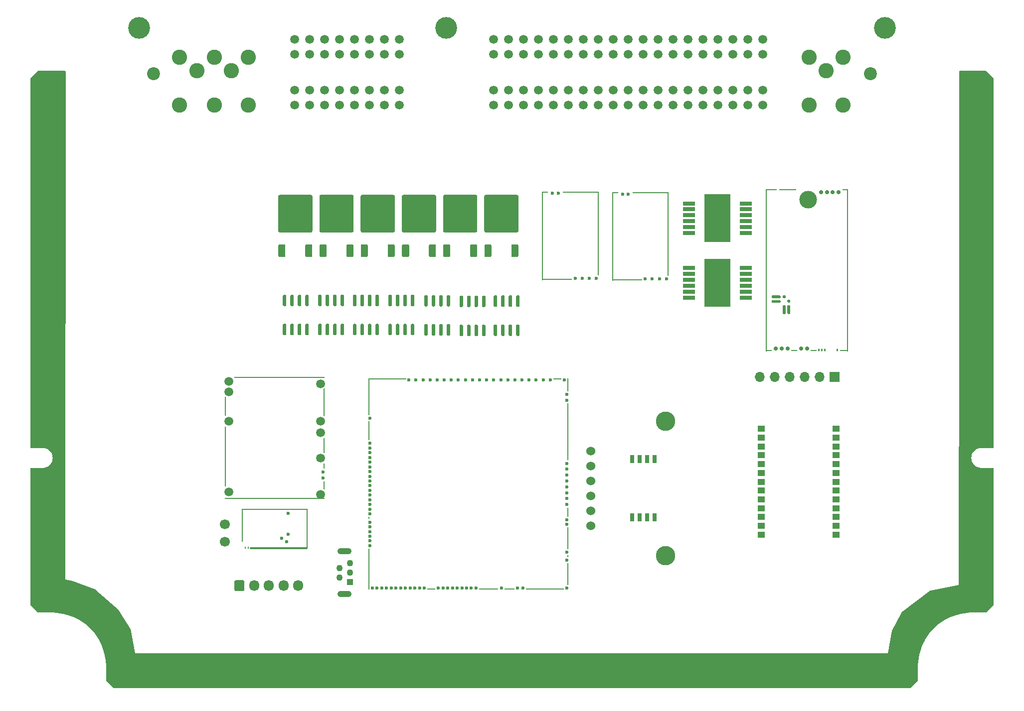
<source format=gtl>
G04 #@! TF.GenerationSoftware,KiCad,Pcbnew,8.0.8*
G04 #@! TF.CreationDate,2025-12-05T20:32:17-05:00*
G04 #@! TF.ProjectId,hellen121vag,68656c6c-656e-4313-9231-7661672e6b69,d*
G04 #@! TF.SameCoordinates,PX2b953a0PY6943058*
G04 #@! TF.FileFunction,Copper,L1,Top*
G04 #@! TF.FilePolarity,Positive*
%FSLAX46Y46*%
G04 Gerber Fmt 4.6, Leading zero omitted, Abs format (unit mm)*
G04 Created by KiCad (PCBNEW 8.0.8) date 2025-12-05 20:32:17*
%MOMM*%
%LPD*%
G01*
G04 APERTURE LIST*
G04 #@! TA.AperFunction,ComponentPad*
%ADD10C,2.600000*%
G04 #@! TD*
G04 #@! TA.AperFunction,ComponentPad*
%ADD11C,1.500000*%
G04 #@! TD*
G04 #@! TA.AperFunction,ComponentPad*
%ADD12C,3.700000*%
G04 #@! TD*
G04 #@! TA.AperFunction,ComponentPad*
%ADD13C,2.200000*%
G04 #@! TD*
G04 #@! TA.AperFunction,ComponentPad*
%ADD14C,3.302000*%
G04 #@! TD*
G04 #@! TA.AperFunction,SMDPad,CuDef*
%ADD15R,0.690000X1.350000*%
G04 #@! TD*
G04 #@! TA.AperFunction,ComponentPad*
%ADD16C,1.524000*%
G04 #@! TD*
G04 #@! TA.AperFunction,SMDPad,CuDef*
%ADD17R,1.300000X1.000000*%
G04 #@! TD*
G04 #@! TA.AperFunction,SMDPad,CuDef*
%ADD18R,2.000000X0.650000*%
G04 #@! TD*
G04 #@! TA.AperFunction,SMDPad,CuDef*
%ADD19R,4.500000X8.100000*%
G04 #@! TD*
G04 #@! TA.AperFunction,ComponentPad*
%ADD20C,0.600000*%
G04 #@! TD*
G04 #@! TA.AperFunction,SMDPad,CuDef*
%ADD21R,0.200000X6.300000*%
G04 #@! TD*
G04 #@! TA.AperFunction,SMDPad,CuDef*
%ADD22R,0.200000X3.300000*%
G04 #@! TD*
G04 #@! TA.AperFunction,SMDPad,CuDef*
%ADD23R,0.200000X0.400000*%
G04 #@! TD*
G04 #@! TA.AperFunction,SMDPad,CuDef*
%ADD24R,0.200000X7.000000*%
G04 #@! TD*
G04 #@! TA.AperFunction,SMDPad,CuDef*
%ADD25R,6.400000X0.200000*%
G04 #@! TD*
G04 #@! TA.AperFunction,SMDPad,CuDef*
%ADD26R,1.400000X0.200000*%
G04 #@! TD*
G04 #@! TA.AperFunction,SMDPad,CuDef*
%ADD27R,3.300000X0.200000*%
G04 #@! TD*
G04 #@! TA.AperFunction,SMDPad,CuDef*
%ADD28R,1.700000X0.200000*%
G04 #@! TD*
G04 #@! TA.AperFunction,SMDPad,CuDef*
%ADD29R,0.200000X2.300000*%
G04 #@! TD*
G04 #@! TA.AperFunction,SMDPad,CuDef*
%ADD30R,0.200000X9.700000*%
G04 #@! TD*
G04 #@! TA.AperFunction,SMDPad,CuDef*
%ADD31R,0.200000X1.600000*%
G04 #@! TD*
G04 #@! TA.AperFunction,SMDPad,CuDef*
%ADD32R,0.200000X3.700000*%
G04 #@! TD*
G04 #@! TA.AperFunction,SMDPad,CuDef*
%ADD33R,6.185000X0.250000*%
G04 #@! TD*
G04 #@! TA.AperFunction,SMDPad,CuDef*
%ADD34R,1.115000X0.250000*%
G04 #@! TD*
G04 #@! TA.AperFunction,SMDPad,CuDef*
%ADD35R,0.250000X14.275000*%
G04 #@! TD*
G04 #@! TA.AperFunction,SMDPad,CuDef*
%ADD36R,0.250000X15.100000*%
G04 #@! TD*
G04 #@! TA.AperFunction,SMDPad,CuDef*
%ADD37R,5.175000X0.250000*%
G04 #@! TD*
G04 #@! TA.AperFunction,ComponentPad*
%ADD38R,1.700000X1.700000*%
G04 #@! TD*
G04 #@! TA.AperFunction,ComponentPad*
%ADD39O,1.700000X1.700000*%
G04 #@! TD*
G04 #@! TA.AperFunction,ComponentPad*
%ADD40C,0.700000*%
G04 #@! TD*
G04 #@! TA.AperFunction,SMDPad,CuDef*
%ADD41C,3.000000*%
G04 #@! TD*
G04 #@! TA.AperFunction,SMDPad,CuDef*
%ADD42R,3.000000X0.250000*%
G04 #@! TD*
G04 #@! TA.AperFunction,SMDPad,CuDef*
%ADD43R,1.100000X0.250000*%
G04 #@! TD*
G04 #@! TA.AperFunction,SMDPad,CuDef*
%ADD44R,0.980000X0.250000*%
G04 #@! TD*
G04 #@! TA.AperFunction,SMDPad,CuDef*
%ADD45R,1.450000X0.250000*%
G04 #@! TD*
G04 #@! TA.AperFunction,SMDPad,CuDef*
%ADD46R,0.250000X27.600000*%
G04 #@! TD*
G04 #@! TA.AperFunction,SMDPad,CuDef*
%ADD47R,1.950000X0.250000*%
G04 #@! TD*
G04 #@! TA.AperFunction,SMDPad,CuDef*
%ADD48R,0.950000X0.250000*%
G04 #@! TD*
G04 #@! TA.AperFunction,ComponentPad*
%ADD49C,1.700000*%
G04 #@! TD*
G04 #@! TA.AperFunction,ComponentPad*
%ADD50O,1.700000X1.850000*%
G04 #@! TD*
G04 #@! TA.AperFunction,ComponentPad*
%ADD51R,1.100000X1.100000*%
G04 #@! TD*
G04 #@! TA.AperFunction,ComponentPad*
%ADD52C,1.100000*%
G04 #@! TD*
G04 #@! TA.AperFunction,ComponentPad*
%ADD53O,2.400000X1.100000*%
G04 #@! TD*
G04 #@! TA.AperFunction,SMDPad,CuDef*
%ADD54O,0.200000X3.300000*%
G04 #@! TD*
G04 #@! TA.AperFunction,SMDPad,CuDef*
%ADD55O,0.200000X10.200000*%
G04 #@! TD*
G04 #@! TA.AperFunction,SMDPad,CuDef*
%ADD56O,0.200000X0.300000*%
G04 #@! TD*
G04 #@! TA.AperFunction,SMDPad,CuDef*
%ADD57O,17.000000X0.200000*%
G04 #@! TD*
G04 #@! TA.AperFunction,SMDPad,CuDef*
%ADD58O,15.400000X0.200000*%
G04 #@! TD*
G04 #@! TA.AperFunction,SMDPad,CuDef*
%ADD59O,0.200000X4.800000*%
G04 #@! TD*
G04 #@! TA.AperFunction,SMDPad,CuDef*
%ADD60O,0.200000X2.600000*%
G04 #@! TD*
G04 #@! TA.AperFunction,SMDPad,CuDef*
%ADD61O,0.200000X1.000000*%
G04 #@! TD*
G04 #@! TA.AperFunction,SMDPad,CuDef*
%ADD62O,0.200000X1.500000*%
G04 #@! TD*
G04 #@! TA.AperFunction,ComponentPad*
%ADD63C,0.599999*%
G04 #@! TD*
G04 #@! TA.AperFunction,SMDPad,CuDef*
%ADD64O,0.250000X0.499999*%
G04 #@! TD*
G04 #@! TA.AperFunction,SMDPad,CuDef*
%ADD65O,0.200000X6.799999*%
G04 #@! TD*
G04 #@! TA.AperFunction,SMDPad,CuDef*
%ADD66O,0.499999X0.250000*%
G04 #@! TD*
G04 #@! TA.AperFunction,SMDPad,CuDef*
%ADD67O,9.800001X0.399999*%
G04 #@! TD*
G04 #@! TA.AperFunction,SMDPad,CuDef*
%ADD68O,11.100001X0.200000*%
G04 #@! TD*
G04 #@! TA.AperFunction,SMDPad,CuDef*
%ADD69O,0.200000X5.669999*%
G04 #@! TD*
G04 #@! TA.AperFunction,ViaPad*
%ADD70C,2.000000*%
G04 #@! TD*
G04 APERTURE END LIST*
D10*
G04 #@! TO.P,P1,121,121*
G04 #@! TO.N,unconnected-(P1-Pad121)*
X25152000Y100128000D03*
G04 #@! TO.P,P1,120,120*
G04 #@! TO.N,unconnected-(P1-Pad120)*
X31052000Y100128000D03*
G04 #@! TO.P,P1,119,119*
G04 #@! TO.N,unconnected-(P1-Pad119)*
X36852000Y100128000D03*
G04 #@! TO.P,P1,118,118*
G04 #@! TO.N,unconnected-(P1-Pad118)*
X28052000Y105928000D03*
G04 #@! TO.P,P1,117,117*
G04 #@! TO.N,unconnected-(P1-Pad117)*
X33952000Y105928000D03*
G04 #@! TO.P,P1,116,116*
G04 #@! TO.N,unconnected-(P1-Pad116)*
X25152000Y108258000D03*
G04 #@! TO.P,P1,115,115*
G04 #@! TO.N,unconnected-(P1-Pad115)*
X31052000Y108258000D03*
G04 #@! TO.P,P1,114,114*
G04 #@! TO.N,unconnected-(P1-Pad114)*
X36852000Y108258000D03*
D11*
G04 #@! TO.P,P1,113,113*
G04 #@! TO.N,unconnected-(P1-Pad113)*
X44682000Y100128000D03*
G04 #@! TO.P,P1,112,112*
G04 #@! TO.N,unconnected-(P1-Pad112)*
X47222000Y100128000D03*
G04 #@! TO.P,P1,111,111*
G04 #@! TO.N,unconnected-(P1-Pad111)*
X49762000Y100128000D03*
G04 #@! TO.P,P1,110,110*
G04 #@! TO.N,unconnected-(P1-Pad110)*
X52302000Y100128000D03*
G04 #@! TO.P,P1,109,109*
G04 #@! TO.N,unconnected-(P1-Pad109)*
X54842000Y100128000D03*
G04 #@! TO.P,P1,108,108*
G04 #@! TO.N,unconnected-(P1-Pad108)*
X57382000Y100128000D03*
G04 #@! TO.P,P1,107,107*
G04 #@! TO.N,unconnected-(P1-Pad107)*
X59922000Y100128000D03*
G04 #@! TO.P,P1,106,106*
G04 #@! TO.N,unconnected-(P1-Pad106)*
X62462000Y100128000D03*
G04 #@! TO.P,P1,105,105*
G04 #@! TO.N,unconnected-(P1-Pad105)*
X44682000Y102668000D03*
G04 #@! TO.P,P1,104,104*
G04 #@! TO.N,unconnected-(P1-Pad104)*
X47222000Y102668000D03*
G04 #@! TO.P,P1,103,103*
G04 #@! TO.N,unconnected-(P1-Pad103)*
X49762000Y102668000D03*
G04 #@! TO.P,P1,102,102*
G04 #@! TO.N,unconnected-(P1-Pad102)*
X52302000Y102668000D03*
G04 #@! TO.P,P1,101,101*
G04 #@! TO.N,unconnected-(P1-Pad101)*
X54842000Y102668000D03*
G04 #@! TO.P,P1,100,100*
G04 #@! TO.N,unconnected-(P1-Pad100)*
X57382000Y102668000D03*
G04 #@! TO.P,P1,99,99*
G04 #@! TO.N,unconnected-(P1-Pad99)*
X59922000Y102668000D03*
G04 #@! TO.P,P1,98,98*
G04 #@! TO.N,unconnected-(P1-Pad98)*
X62462000Y102668000D03*
G04 #@! TO.P,P1,97,97*
G04 #@! TO.N,unconnected-(P1-Pad97)*
X44682000Y108718000D03*
G04 #@! TO.P,P1,96,96*
G04 #@! TO.N,unconnected-(P1-Pad96)*
X47222000Y108718000D03*
G04 #@! TO.P,P1,95,95*
G04 #@! TO.N,unconnected-(P1-Pad95)*
X49762000Y108718000D03*
G04 #@! TO.P,P1,94,94*
G04 #@! TO.N,unconnected-(P1-Pad94)*
X52302000Y108718000D03*
G04 #@! TO.P,P1,93,93*
G04 #@! TO.N,unconnected-(P1-Pad93)*
X54842000Y108718000D03*
G04 #@! TO.P,P1,92,92*
G04 #@! TO.N,unconnected-(P1-Pad92)*
X57382000Y108718000D03*
G04 #@! TO.P,P1,91,91*
G04 #@! TO.N,unconnected-(P1-Pad91)*
X59922000Y108718000D03*
G04 #@! TO.P,P1,90,90*
G04 #@! TO.N,unconnected-(P1-Pad90)*
X62462000Y108718000D03*
G04 #@! TO.P,P1,89,89*
G04 #@! TO.N,unconnected-(P1-Pad89)*
X44682000Y111258000D03*
G04 #@! TO.P,P1,88,88*
G04 #@! TO.N,unconnected-(P1-Pad88)*
X47222000Y111258000D03*
G04 #@! TO.P,P1,87,87*
G04 #@! TO.N,unconnected-(P1-Pad87)*
X49762000Y111258000D03*
G04 #@! TO.P,P1,86,86*
G04 #@! TO.N,unconnected-(P1-Pad86)*
X52302000Y111258000D03*
G04 #@! TO.P,P1,85,85*
G04 #@! TO.N,unconnected-(P1-Pad85)*
X54842000Y111258000D03*
G04 #@! TO.P,P1,84,84*
G04 #@! TO.N,unconnected-(P1-Pad84)*
X57382000Y111258000D03*
G04 #@! TO.P,P1,83,83*
G04 #@! TO.N,unconnected-(P1-Pad83)*
X59922000Y111258000D03*
G04 #@! TO.P,P1,82,82*
G04 #@! TO.N,unconnected-(P1-Pad82)*
X62462000Y111258000D03*
G04 #@! TO.P,P1,81,81*
G04 #@! TO.N,unconnected-(P1-Pad81)*
X124152000Y111258000D03*
G04 #@! TO.P,P1,80,80*
G04 #@! TO.N,unconnected-(P1-Pad80)*
X121612000Y111258000D03*
G04 #@! TO.P,P1,79,79*
G04 #@! TO.N,unconnected-(P1-Pad79)*
X119072000Y111258000D03*
G04 #@! TO.P,P1,78,78*
G04 #@! TO.N,unconnected-(P1-Pad78)*
X116532000Y111258000D03*
G04 #@! TO.P,P1,77,77*
G04 #@! TO.N,unconnected-(P1-Pad77)*
X113992000Y111258000D03*
G04 #@! TO.P,P1,76,76*
G04 #@! TO.N,unconnected-(P1-Pad76)*
X111452000Y111258000D03*
G04 #@! TO.P,P1,75,75*
G04 #@! TO.N,unconnected-(P1-Pad75)*
X108912000Y111258000D03*
G04 #@! TO.P,P1,74,74*
G04 #@! TO.N,unconnected-(P1-Pad74)*
X106372000Y111258000D03*
G04 #@! TO.P,P1,73,73*
G04 #@! TO.N,unconnected-(P1-Pad73)*
X103832000Y111258000D03*
G04 #@! TO.P,P1,72,72*
G04 #@! TO.N,unconnected-(P1-Pad72)*
X101292000Y111258000D03*
G04 #@! TO.P,P1,71,71*
G04 #@! TO.N,unconnected-(P1-Pad71)*
X98752000Y111258000D03*
G04 #@! TO.P,P1,70,70*
G04 #@! TO.N,unconnected-(P1-Pad70)*
X96212000Y111258000D03*
G04 #@! TO.P,P1,69,69*
G04 #@! TO.N,unconnected-(P1-Pad69)*
X93672000Y111258000D03*
G04 #@! TO.P,P1,68,68*
G04 #@! TO.N,unconnected-(P1-Pad68)*
X91132000Y111258000D03*
G04 #@! TO.P,P1,67,67*
G04 #@! TO.N,unconnected-(P1-Pad67)*
X88592000Y111258000D03*
G04 #@! TO.P,P1,66,66*
G04 #@! TO.N,unconnected-(P1-Pad66)*
X86052000Y111258000D03*
G04 #@! TO.P,P1,65,65*
G04 #@! TO.N,unconnected-(P1-Pad65)*
X83512000Y111258000D03*
G04 #@! TO.P,P1,64,64*
G04 #@! TO.N,unconnected-(P1-Pad64)*
X80972000Y111258000D03*
G04 #@! TO.P,P1,63,63*
G04 #@! TO.N,unconnected-(P1-Pad63)*
X78432000Y111258000D03*
G04 #@! TO.P,P1,62,62*
G04 #@! TO.N,unconnected-(P1-Pad62)*
X124152000Y108718000D03*
G04 #@! TO.P,P1,61,61*
G04 #@! TO.N,unconnected-(P1-Pad61)*
X121612000Y108718000D03*
G04 #@! TO.P,P1,60,60*
G04 #@! TO.N,unconnected-(P1-Pad60)*
X119072000Y108718000D03*
G04 #@! TO.P,P1,59,59*
G04 #@! TO.N,unconnected-(P1-Pad59)*
X116532000Y108718000D03*
G04 #@! TO.P,P1,58,58*
G04 #@! TO.N,unconnected-(P1-Pad58)*
X113992000Y108718000D03*
G04 #@! TO.P,P1,57,57*
G04 #@! TO.N,unconnected-(P1-Pad57)*
X111452000Y108718000D03*
G04 #@! TO.P,P1,56,56*
G04 #@! TO.N,unconnected-(P1-Pad56)*
X108912000Y108718000D03*
G04 #@! TO.P,P1,55,55*
G04 #@! TO.N,unconnected-(P1-Pad55)*
X106372000Y108718000D03*
G04 #@! TO.P,P1,54,54*
G04 #@! TO.N,unconnected-(P1-Pad54)*
X103832000Y108718000D03*
G04 #@! TO.P,P1,53,53*
G04 #@! TO.N,unconnected-(P1-Pad53)*
X101292000Y108718000D03*
G04 #@! TO.P,P1,52,52*
G04 #@! TO.N,unconnected-(P1-Pad52)*
X98752000Y108718000D03*
G04 #@! TO.P,P1,51,51*
G04 #@! TO.N,unconnected-(P1-Pad51)*
X96212000Y108718000D03*
G04 #@! TO.P,P1,50,50*
G04 #@! TO.N,unconnected-(P1-Pad50)*
X93672000Y108718000D03*
G04 #@! TO.P,P1,49,49*
G04 #@! TO.N,unconnected-(P1-Pad49)*
X91132000Y108718000D03*
G04 #@! TO.P,P1,48,48*
G04 #@! TO.N,unconnected-(P1-Pad48)*
X88592000Y108718000D03*
G04 #@! TO.P,P1,47,47*
G04 #@! TO.N,unconnected-(P1-Pad47)*
X86052000Y108718000D03*
G04 #@! TO.P,P1,46,46*
G04 #@! TO.N,unconnected-(P1-Pad46)*
X83512000Y108718000D03*
G04 #@! TO.P,P1,45,45*
G04 #@! TO.N,unconnected-(P1-Pad45)*
X80972000Y108718000D03*
G04 #@! TO.P,P1,44,44*
G04 #@! TO.N,unconnected-(P1-Pad44)*
X78432000Y108718000D03*
G04 #@! TO.P,P1,43,43*
G04 #@! TO.N,unconnected-(P1-Pad43)*
X124152000Y102668000D03*
G04 #@! TO.P,P1,42,42*
G04 #@! TO.N,unconnected-(P1-Pad42)*
X121612000Y102668000D03*
G04 #@! TO.P,P1,41,41*
G04 #@! TO.N,unconnected-(P1-Pad41)*
X119072000Y102668000D03*
G04 #@! TO.P,P1,40,40*
G04 #@! TO.N,unconnected-(P1-Pad40)*
X116532000Y102668000D03*
G04 #@! TO.P,P1,39,39*
G04 #@! TO.N,unconnected-(P1-Pad39)*
X113992000Y102668000D03*
G04 #@! TO.P,P1,38,38*
G04 #@! TO.N,unconnected-(P1-Pad38)*
X111452000Y102668000D03*
G04 #@! TO.P,P1,37,37*
G04 #@! TO.N,unconnected-(P1-Pad37)*
X108912000Y102668000D03*
G04 #@! TO.P,P1,36,36*
G04 #@! TO.N,unconnected-(P1-Pad36)*
X106372000Y102668000D03*
G04 #@! TO.P,P1,35,35*
G04 #@! TO.N,unconnected-(P1-Pad35)*
X103832000Y102668000D03*
G04 #@! TO.P,P1,34,34*
G04 #@! TO.N,unconnected-(P1-Pad34)*
X101292000Y102668000D03*
G04 #@! TO.P,P1,33,33*
G04 #@! TO.N,unconnected-(P1-Pad33)*
X98752000Y102668000D03*
G04 #@! TO.P,P1,32,32*
G04 #@! TO.N,unconnected-(P1-Pad32)*
X96212000Y102668000D03*
G04 #@! TO.P,P1,31,31*
G04 #@! TO.N,unconnected-(P1-Pad31)*
X93672000Y102668000D03*
G04 #@! TO.P,P1,30,30*
G04 #@! TO.N,unconnected-(P1-Pad30)*
X91132000Y102668000D03*
G04 #@! TO.P,P1,29,29*
G04 #@! TO.N,unconnected-(P1-Pad29)*
X88592000Y102668000D03*
G04 #@! TO.P,P1,28,28*
G04 #@! TO.N,unconnected-(P1-Pad28)*
X86052000Y102668000D03*
G04 #@! TO.P,P1,27,27*
G04 #@! TO.N,unconnected-(P1-Pad27)*
X83512000Y102668000D03*
G04 #@! TO.P,P1,26,26*
G04 #@! TO.N,unconnected-(P1-Pad26)*
X80972000Y102668000D03*
G04 #@! TO.P,P1,25,25*
G04 #@! TO.N,unconnected-(P1-Pad25)*
X78432000Y102668000D03*
G04 #@! TO.P,P1,24,24*
G04 #@! TO.N,unconnected-(P1-Pad24)*
X124152000Y100128000D03*
G04 #@! TO.P,P1,23,23*
G04 #@! TO.N,unconnected-(P1-Pad23)*
X121612000Y100128000D03*
G04 #@! TO.P,P1,22,22*
G04 #@! TO.N,unconnected-(P1-Pad22)*
X119072000Y100128000D03*
G04 #@! TO.P,P1,21,21*
G04 #@! TO.N,unconnected-(P1-Pad21)*
X116532000Y100128000D03*
G04 #@! TO.P,P1,20,20*
G04 #@! TO.N,unconnected-(P1-Pad20)*
X113992000Y100128000D03*
G04 #@! TO.P,P1,19,19*
G04 #@! TO.N,unconnected-(P1-Pad19)*
X111452000Y100128000D03*
G04 #@! TO.P,P1,18,18*
G04 #@! TO.N,unconnected-(P1-Pad18)*
X108912000Y100128000D03*
G04 #@! TO.P,P1,17,17*
G04 #@! TO.N,unconnected-(P1-Pad17)*
X106372000Y100128000D03*
G04 #@! TO.P,P1,16,16*
G04 #@! TO.N,unconnected-(P1-Pad16)*
X103832000Y100128000D03*
G04 #@! TO.P,P1,15,15*
G04 #@! TO.N,unconnected-(P1-Pad15)*
X101292000Y100128000D03*
G04 #@! TO.P,P1,14,14*
G04 #@! TO.N,unconnected-(P1-Pad14)*
X98752000Y100128000D03*
G04 #@! TO.P,P1,13,13*
G04 #@! TO.N,unconnected-(P1-Pad13)*
X96212000Y100128000D03*
G04 #@! TO.P,P1,12,12*
G04 #@! TO.N,unconnected-(P1-Pad12)*
X93672000Y100128000D03*
G04 #@! TO.P,P1,11,11*
G04 #@! TO.N,unconnected-(P1-Pad11)*
X91132000Y100128000D03*
G04 #@! TO.P,P1,10,10*
G04 #@! TO.N,unconnected-(P1-Pad10)*
X88592000Y100128000D03*
G04 #@! TO.P,P1,9,9*
G04 #@! TO.N,unconnected-(P1-Pad9)*
X86052000Y100128000D03*
G04 #@! TO.P,P1,8,8*
G04 #@! TO.N,unconnected-(P1-Pad8)*
X83512000Y100128000D03*
G04 #@! TO.P,P1,7,7*
G04 #@! TO.N,unconnected-(P1-Pad7)*
X80972000Y100128000D03*
G04 #@! TO.P,P1,6,6*
G04 #@! TO.N,unconnected-(P1-Pad6)*
X78432000Y100128000D03*
D10*
G04 #@! TO.P,P1,5,5*
G04 #@! TO.N,unconnected-(P1-Pad5)*
X132052000Y100128000D03*
G04 #@! TO.P,P1,4,4*
G04 #@! TO.N,unconnected-(P1-Pad4)*
X137852000Y100128000D03*
G04 #@! TO.P,P1,3,3*
G04 #@! TO.N,unconnected-(P1-Pad3)*
X134952000Y105928000D03*
G04 #@! TO.P,P1,2,2*
G04 #@! TO.N,unconnected-(P1-Pad2)*
X132052000Y108258000D03*
G04 #@! TO.P,P1,1,1*
G04 #@! TO.N,unconnected-(P1-Pad1)*
X137852000Y108258000D03*
D12*
G04 #@! TO.P,P1,*
G04 #@! TO.N,*
X144952000Y113258000D03*
X70452000Y113258000D03*
X18252000Y113258000D03*
D13*
X20702000Y105458000D03*
X142502000Y105458000D03*
G04 #@! TD*
G04 #@! TO.P,U10,1,IN1*
G04 #@! TO.N,N/C*
G04 #@! TA.AperFunction,SMDPad,CuDef*
G36*
G01*
X49140000Y60950000D02*
X48840000Y60950000D01*
G75*
G02*
X48690000Y61100000I0J150000D01*
G01*
X48690000Y62750000D01*
G75*
G02*
X48840000Y62900000I150000J0D01*
G01*
X49140000Y62900000D01*
G75*
G02*
X49290000Y62750000I0J-150000D01*
G01*
X49290000Y61100000D01*
G75*
G02*
X49140000Y60950000I-150000J0D01*
G01*
G37*
G04 #@! TD.AperFunction*
G04 #@! TO.P,U10,2,STATUS1*
G04 #@! TA.AperFunction,SMDPad,CuDef*
G36*
G01*
X50410000Y60950000D02*
X50110000Y60950000D01*
G75*
G02*
X49960000Y61100000I0J150000D01*
G01*
X49960000Y62750000D01*
G75*
G02*
X50110000Y62900000I150000J0D01*
G01*
X50410000Y62900000D01*
G75*
G02*
X50560000Y62750000I0J-150000D01*
G01*
X50560000Y61100000D01*
G75*
G02*
X50410000Y60950000I-150000J0D01*
G01*
G37*
G04 #@! TD.AperFunction*
G04 #@! TO.P,U10,3,IN2*
G04 #@! TA.AperFunction,SMDPad,CuDef*
G36*
G01*
X51680000Y60950000D02*
X51380000Y60950000D01*
G75*
G02*
X51230000Y61100000I0J150000D01*
G01*
X51230000Y62750000D01*
G75*
G02*
X51380000Y62900000I150000J0D01*
G01*
X51680000Y62900000D01*
G75*
G02*
X51830000Y62750000I0J-150000D01*
G01*
X51830000Y61100000D01*
G75*
G02*
X51680000Y60950000I-150000J0D01*
G01*
G37*
G04 #@! TD.AperFunction*
G04 #@! TO.P,U10,4,STATUS2*
G04 #@! TA.AperFunction,SMDPad,CuDef*
G36*
G01*
X52950000Y60950000D02*
X52650000Y60950000D01*
G75*
G02*
X52500000Y61100000I0J150000D01*
G01*
X52500000Y62750000D01*
G75*
G02*
X52650000Y62900000I150000J0D01*
G01*
X52950000Y62900000D01*
G75*
G02*
X53100000Y62750000I0J-150000D01*
G01*
X53100000Y61100000D01*
G75*
G02*
X52950000Y60950000I-150000J0D01*
G01*
G37*
G04 #@! TD.AperFunction*
G04 #@! TO.P,U10,5,S2*
G04 #@! TO.N,GND*
G04 #@! TA.AperFunction,SMDPad,CuDef*
G36*
G01*
X52950000Y65900000D02*
X52650000Y65900000D01*
G75*
G02*
X52500000Y66050000I0J150000D01*
G01*
X52500000Y67700000D01*
G75*
G02*
X52650000Y67850000I150000J0D01*
G01*
X52950000Y67850000D01*
G75*
G02*
X53100000Y67700000I0J-150000D01*
G01*
X53100000Y66050000D01*
G75*
G02*
X52950000Y65900000I-150000J0D01*
G01*
G37*
G04 #@! TD.AperFunction*
G04 #@! TO.P,U10,6,D2*
G04 #@! TO.N,N/C*
G04 #@! TA.AperFunction,SMDPad,CuDef*
G36*
G01*
X51680000Y65900000D02*
X51380000Y65900000D01*
G75*
G02*
X51230000Y66050000I0J150000D01*
G01*
X51230000Y67700000D01*
G75*
G02*
X51380000Y67850000I150000J0D01*
G01*
X51680000Y67850000D01*
G75*
G02*
X51830000Y67700000I0J-150000D01*
G01*
X51830000Y66050000D01*
G75*
G02*
X51680000Y65900000I-150000J0D01*
G01*
G37*
G04 #@! TD.AperFunction*
G04 #@! TO.P,U10,7,S1*
G04 #@! TO.N,GND*
G04 #@! TA.AperFunction,SMDPad,CuDef*
G36*
G01*
X50410000Y65900000D02*
X50110000Y65900000D01*
G75*
G02*
X49960000Y66050000I0J150000D01*
G01*
X49960000Y67700000D01*
G75*
G02*
X50110000Y67850000I150000J0D01*
G01*
X50410000Y67850000D01*
G75*
G02*
X50560000Y67700000I0J-150000D01*
G01*
X50560000Y66050000D01*
G75*
G02*
X50410000Y65900000I-150000J0D01*
G01*
G37*
G04 #@! TD.AperFunction*
G04 #@! TO.P,U10,8,D1*
G04 #@! TO.N,N/C*
G04 #@! TA.AperFunction,SMDPad,CuDef*
G36*
G01*
X49140000Y65900000D02*
X48840000Y65900000D01*
G75*
G02*
X48690000Y66050000I0J150000D01*
G01*
X48690000Y67700000D01*
G75*
G02*
X48840000Y67850000I150000J0D01*
G01*
X49140000Y67850000D01*
G75*
G02*
X49290000Y67700000I0J-150000D01*
G01*
X49290000Y66050000D01*
G75*
G02*
X49140000Y65900000I-150000J0D01*
G01*
G37*
G04 #@! TD.AperFunction*
G04 #@! TD*
D14*
G04 #@! TO.P,U3,*
G04 #@! TO.N,*
X107680000Y46362500D03*
X107680000Y23502500D03*
D15*
G04 #@! TO.P,U3,0*
G04 #@! TO.N,N/C*
X105800000Y39875000D03*
X105800000Y30032500D03*
X104530000Y30032500D03*
X103260000Y30032500D03*
X101990000Y30032500D03*
D16*
G04 #@! TO.P,U3,1,VOUT*
X94980000Y41282500D03*
D15*
X101990000Y39875000D03*
G04 #@! TO.P,U3,2,GND*
G04 #@! TO.N,GND*
X103260000Y39875000D03*
D16*
X94980000Y38742500D03*
D15*
G04 #@! TO.P,U3,3,VCC*
G04 #@! TO.N,+5VA*
X104530000Y39875000D03*
D16*
X94980000Y36202500D03*
G04 #@! TO.P,U3,4,V1*
G04 #@! TO.N,N/C*
X94980000Y33662500D03*
G04 #@! TO.P,U3,5,V2*
X94980000Y31122500D03*
G04 #@! TO.P,U3,6,V_EX*
X94980000Y28582500D03*
G04 #@! TD*
G04 #@! TO.P,U11,1,IN1*
G04 #@! TO.N,N/C*
G04 #@! TA.AperFunction,SMDPad,CuDef*
G36*
G01*
X43140000Y60950000D02*
X42840000Y60950000D01*
G75*
G02*
X42690000Y61100000I0J150000D01*
G01*
X42690000Y62750000D01*
G75*
G02*
X42840000Y62900000I150000J0D01*
G01*
X43140000Y62900000D01*
G75*
G02*
X43290000Y62750000I0J-150000D01*
G01*
X43290000Y61100000D01*
G75*
G02*
X43140000Y60950000I-150000J0D01*
G01*
G37*
G04 #@! TD.AperFunction*
G04 #@! TO.P,U11,2,STATUS1*
G04 #@! TA.AperFunction,SMDPad,CuDef*
G36*
G01*
X44410000Y60950000D02*
X44110000Y60950000D01*
G75*
G02*
X43960000Y61100000I0J150000D01*
G01*
X43960000Y62750000D01*
G75*
G02*
X44110000Y62900000I150000J0D01*
G01*
X44410000Y62900000D01*
G75*
G02*
X44560000Y62750000I0J-150000D01*
G01*
X44560000Y61100000D01*
G75*
G02*
X44410000Y60950000I-150000J0D01*
G01*
G37*
G04 #@! TD.AperFunction*
G04 #@! TO.P,U11,3,IN2*
G04 #@! TA.AperFunction,SMDPad,CuDef*
G36*
G01*
X45680000Y60950000D02*
X45380000Y60950000D01*
G75*
G02*
X45230000Y61100000I0J150000D01*
G01*
X45230000Y62750000D01*
G75*
G02*
X45380000Y62900000I150000J0D01*
G01*
X45680000Y62900000D01*
G75*
G02*
X45830000Y62750000I0J-150000D01*
G01*
X45830000Y61100000D01*
G75*
G02*
X45680000Y60950000I-150000J0D01*
G01*
G37*
G04 #@! TD.AperFunction*
G04 #@! TO.P,U11,4,STATUS2*
G04 #@! TA.AperFunction,SMDPad,CuDef*
G36*
G01*
X46950000Y60950000D02*
X46650000Y60950000D01*
G75*
G02*
X46500000Y61100000I0J150000D01*
G01*
X46500000Y62750000D01*
G75*
G02*
X46650000Y62900000I150000J0D01*
G01*
X46950000Y62900000D01*
G75*
G02*
X47100000Y62750000I0J-150000D01*
G01*
X47100000Y61100000D01*
G75*
G02*
X46950000Y60950000I-150000J0D01*
G01*
G37*
G04 #@! TD.AperFunction*
G04 #@! TO.P,U11,5,S2*
G04 #@! TO.N,GND*
G04 #@! TA.AperFunction,SMDPad,CuDef*
G36*
G01*
X46950000Y65900000D02*
X46650000Y65900000D01*
G75*
G02*
X46500000Y66050000I0J150000D01*
G01*
X46500000Y67700000D01*
G75*
G02*
X46650000Y67850000I150000J0D01*
G01*
X46950000Y67850000D01*
G75*
G02*
X47100000Y67700000I0J-150000D01*
G01*
X47100000Y66050000D01*
G75*
G02*
X46950000Y65900000I-150000J0D01*
G01*
G37*
G04 #@! TD.AperFunction*
G04 #@! TO.P,U11,6,D2*
G04 #@! TO.N,N/C*
G04 #@! TA.AperFunction,SMDPad,CuDef*
G36*
G01*
X45680000Y65900000D02*
X45380000Y65900000D01*
G75*
G02*
X45230000Y66050000I0J150000D01*
G01*
X45230000Y67700000D01*
G75*
G02*
X45380000Y67850000I150000J0D01*
G01*
X45680000Y67850000D01*
G75*
G02*
X45830000Y67700000I0J-150000D01*
G01*
X45830000Y66050000D01*
G75*
G02*
X45680000Y65900000I-150000J0D01*
G01*
G37*
G04 #@! TD.AperFunction*
G04 #@! TO.P,U11,7,S1*
G04 #@! TO.N,GND*
G04 #@! TA.AperFunction,SMDPad,CuDef*
G36*
G01*
X44410000Y65900000D02*
X44110000Y65900000D01*
G75*
G02*
X43960000Y66050000I0J150000D01*
G01*
X43960000Y67700000D01*
G75*
G02*
X44110000Y67850000I150000J0D01*
G01*
X44410000Y67850000D01*
G75*
G02*
X44560000Y67700000I0J-150000D01*
G01*
X44560000Y66050000D01*
G75*
G02*
X44410000Y65900000I-150000J0D01*
G01*
G37*
G04 #@! TD.AperFunction*
G04 #@! TO.P,U11,8,D1*
G04 #@! TO.N,N/C*
G04 #@! TA.AperFunction,SMDPad,CuDef*
G36*
G01*
X43140000Y65900000D02*
X42840000Y65900000D01*
G75*
G02*
X42690000Y66050000I0J150000D01*
G01*
X42690000Y67700000D01*
G75*
G02*
X42840000Y67850000I150000J0D01*
G01*
X43140000Y67850000D01*
G75*
G02*
X43290000Y67700000I0J-150000D01*
G01*
X43290000Y66050000D01*
G75*
G02*
X43140000Y65900000I-150000J0D01*
G01*
G37*
G04 #@! TD.AperFunction*
G04 #@! TD*
G04 #@! TO.P,U4,1,GND*
G04 #@! TO.N,GND*
G04 #@! TA.AperFunction,SMDPad,CuDef*
G36*
G01*
X67140000Y60900000D02*
X66840000Y60900000D01*
G75*
G02*
X66690000Y61050000I0J150000D01*
G01*
X66690000Y62700000D01*
G75*
G02*
X66840000Y62850000I150000J0D01*
G01*
X67140000Y62850000D01*
G75*
G02*
X67290000Y62700000I0J-150000D01*
G01*
X67290000Y61050000D01*
G75*
G02*
X67140000Y60900000I-150000J0D01*
G01*
G37*
G04 #@! TD.AperFunction*
G04 #@! TO.P,U4,2,T-*
G04 #@! TO.N,N/C*
G04 #@! TA.AperFunction,SMDPad,CuDef*
G36*
G01*
X68410000Y60900000D02*
X68110000Y60900000D01*
G75*
G02*
X67960000Y61050000I0J150000D01*
G01*
X67960000Y62700000D01*
G75*
G02*
X68110000Y62850000I150000J0D01*
G01*
X68410000Y62850000D01*
G75*
G02*
X68560000Y62700000I0J-150000D01*
G01*
X68560000Y61050000D01*
G75*
G02*
X68410000Y60900000I-150000J0D01*
G01*
G37*
G04 #@! TD.AperFunction*
G04 #@! TO.P,U4,3,T+*
G04 #@! TA.AperFunction,SMDPad,CuDef*
G36*
G01*
X69680000Y60900000D02*
X69380000Y60900000D01*
G75*
G02*
X69230000Y61050000I0J150000D01*
G01*
X69230000Y62700000D01*
G75*
G02*
X69380000Y62850000I150000J0D01*
G01*
X69680000Y62850000D01*
G75*
G02*
X69830000Y62700000I0J-150000D01*
G01*
X69830000Y61050000D01*
G75*
G02*
X69680000Y60900000I-150000J0D01*
G01*
G37*
G04 #@! TD.AperFunction*
G04 #@! TO.P,U4,4,V_CC*
G04 #@! TA.AperFunction,SMDPad,CuDef*
G36*
G01*
X70950000Y60900000D02*
X70650000Y60900000D01*
G75*
G02*
X70500000Y61050000I0J150000D01*
G01*
X70500000Y62700000D01*
G75*
G02*
X70650000Y62850000I150000J0D01*
G01*
X70950000Y62850000D01*
G75*
G02*
X71100000Y62700000I0J-150000D01*
G01*
X71100000Y61050000D01*
G75*
G02*
X70950000Y60900000I-150000J0D01*
G01*
G37*
G04 #@! TD.AperFunction*
G04 #@! TO.P,U4,5,SCK*
G04 #@! TA.AperFunction,SMDPad,CuDef*
G36*
G01*
X70950000Y65850000D02*
X70650000Y65850000D01*
G75*
G02*
X70500000Y66000000I0J150000D01*
G01*
X70500000Y67650000D01*
G75*
G02*
X70650000Y67800000I150000J0D01*
G01*
X70950000Y67800000D01*
G75*
G02*
X71100000Y67650000I0J-150000D01*
G01*
X71100000Y66000000D01*
G75*
G02*
X70950000Y65850000I-150000J0D01*
G01*
G37*
G04 #@! TD.AperFunction*
G04 #@! TO.P,U4,6,~{CS}*
G04 #@! TA.AperFunction,SMDPad,CuDef*
G36*
G01*
X69680000Y65850000D02*
X69380000Y65850000D01*
G75*
G02*
X69230000Y66000000I0J150000D01*
G01*
X69230000Y67650000D01*
G75*
G02*
X69380000Y67800000I150000J0D01*
G01*
X69680000Y67800000D01*
G75*
G02*
X69830000Y67650000I0J-150000D01*
G01*
X69830000Y66000000D01*
G75*
G02*
X69680000Y65850000I-150000J0D01*
G01*
G37*
G04 #@! TD.AperFunction*
G04 #@! TO.P,U4,7,SO*
G04 #@! TA.AperFunction,SMDPad,CuDef*
G36*
G01*
X68410000Y65850000D02*
X68110000Y65850000D01*
G75*
G02*
X67960000Y66000000I0J150000D01*
G01*
X67960000Y67650000D01*
G75*
G02*
X68110000Y67800000I150000J0D01*
G01*
X68410000Y67800000D01*
G75*
G02*
X68560000Y67650000I0J-150000D01*
G01*
X68560000Y66000000D01*
G75*
G02*
X68410000Y65850000I-150000J0D01*
G01*
G37*
G04 #@! TD.AperFunction*
G04 #@! TO.P,U4,8*
G04 #@! TA.AperFunction,SMDPad,CuDef*
G36*
G01*
X67140000Y65850000D02*
X66840000Y65850000D01*
G75*
G02*
X66690000Y66000000I0J150000D01*
G01*
X66690000Y67650000D01*
G75*
G02*
X66840000Y67800000I150000J0D01*
G01*
X67140000Y67800000D01*
G75*
G02*
X67290000Y67650000I0J-150000D01*
G01*
X67290000Y66000000D01*
G75*
G02*
X67140000Y65850000I-150000J0D01*
G01*
G37*
G04 #@! TD.AperFunction*
G04 #@! TD*
G04 #@! TO.P,U9,8,D1*
G04 #@! TO.N,N/C*
G04 #@! TA.AperFunction,SMDPad,CuDef*
G36*
G01*
X55045000Y65900000D02*
X54745000Y65900000D01*
G75*
G02*
X54595000Y66050000I0J150000D01*
G01*
X54595000Y67700000D01*
G75*
G02*
X54745000Y67850000I150000J0D01*
G01*
X55045000Y67850000D01*
G75*
G02*
X55195000Y67700000I0J-150000D01*
G01*
X55195000Y66050000D01*
G75*
G02*
X55045000Y65900000I-150000J0D01*
G01*
G37*
G04 #@! TD.AperFunction*
G04 #@! TO.P,U9,7,S1*
G04 #@! TO.N,GND*
G04 #@! TA.AperFunction,SMDPad,CuDef*
G36*
G01*
X56315000Y65900000D02*
X56015000Y65900000D01*
G75*
G02*
X55865000Y66050000I0J150000D01*
G01*
X55865000Y67700000D01*
G75*
G02*
X56015000Y67850000I150000J0D01*
G01*
X56315000Y67850000D01*
G75*
G02*
X56465000Y67700000I0J-150000D01*
G01*
X56465000Y66050000D01*
G75*
G02*
X56315000Y65900000I-150000J0D01*
G01*
G37*
G04 #@! TD.AperFunction*
G04 #@! TO.P,U9,6,D2*
G04 #@! TO.N,N/C*
G04 #@! TA.AperFunction,SMDPad,CuDef*
G36*
G01*
X57585000Y65900000D02*
X57285000Y65900000D01*
G75*
G02*
X57135000Y66050000I0J150000D01*
G01*
X57135000Y67700000D01*
G75*
G02*
X57285000Y67850000I150000J0D01*
G01*
X57585000Y67850000D01*
G75*
G02*
X57735000Y67700000I0J-150000D01*
G01*
X57735000Y66050000D01*
G75*
G02*
X57585000Y65900000I-150000J0D01*
G01*
G37*
G04 #@! TD.AperFunction*
G04 #@! TO.P,U9,5,S2*
G04 #@! TO.N,GND*
G04 #@! TA.AperFunction,SMDPad,CuDef*
G36*
G01*
X58855000Y65900000D02*
X58555000Y65900000D01*
G75*
G02*
X58405000Y66050000I0J150000D01*
G01*
X58405000Y67700000D01*
G75*
G02*
X58555000Y67850000I150000J0D01*
G01*
X58855000Y67850000D01*
G75*
G02*
X59005000Y67700000I0J-150000D01*
G01*
X59005000Y66050000D01*
G75*
G02*
X58855000Y65900000I-150000J0D01*
G01*
G37*
G04 #@! TD.AperFunction*
G04 #@! TO.P,U9,4,STATUS2*
G04 #@! TO.N,N/C*
G04 #@! TA.AperFunction,SMDPad,CuDef*
G36*
G01*
X58855000Y60950000D02*
X58555000Y60950000D01*
G75*
G02*
X58405000Y61100000I0J150000D01*
G01*
X58405000Y62750000D01*
G75*
G02*
X58555000Y62900000I150000J0D01*
G01*
X58855000Y62900000D01*
G75*
G02*
X59005000Y62750000I0J-150000D01*
G01*
X59005000Y61100000D01*
G75*
G02*
X58855000Y60950000I-150000J0D01*
G01*
G37*
G04 #@! TD.AperFunction*
G04 #@! TO.P,U9,3,IN2*
G04 #@! TA.AperFunction,SMDPad,CuDef*
G36*
G01*
X57585000Y60950000D02*
X57285000Y60950000D01*
G75*
G02*
X57135000Y61100000I0J150000D01*
G01*
X57135000Y62750000D01*
G75*
G02*
X57285000Y62900000I150000J0D01*
G01*
X57585000Y62900000D01*
G75*
G02*
X57735000Y62750000I0J-150000D01*
G01*
X57735000Y61100000D01*
G75*
G02*
X57585000Y60950000I-150000J0D01*
G01*
G37*
G04 #@! TD.AperFunction*
G04 #@! TO.P,U9,2,STATUS1*
G04 #@! TA.AperFunction,SMDPad,CuDef*
G36*
G01*
X56315000Y60950000D02*
X56015000Y60950000D01*
G75*
G02*
X55865000Y61100000I0J150000D01*
G01*
X55865000Y62750000D01*
G75*
G02*
X56015000Y62900000I150000J0D01*
G01*
X56315000Y62900000D01*
G75*
G02*
X56465000Y62750000I0J-150000D01*
G01*
X56465000Y61100000D01*
G75*
G02*
X56315000Y60950000I-150000J0D01*
G01*
G37*
G04 #@! TD.AperFunction*
G04 #@! TO.P,U9,1,IN1*
G04 #@! TA.AperFunction,SMDPad,CuDef*
G36*
G01*
X55045000Y60950000D02*
X54745000Y60950000D01*
G75*
G02*
X54595000Y61100000I0J150000D01*
G01*
X54595000Y62750000D01*
G75*
G02*
X54745000Y62900000I150000J0D01*
G01*
X55045000Y62900000D01*
G75*
G02*
X55195000Y62750000I0J-150000D01*
G01*
X55195000Y61100000D01*
G75*
G02*
X55045000Y60950000I-150000J0D01*
G01*
G37*
G04 #@! TD.AperFunction*
G04 #@! TD*
G04 #@! TO.P,U6,1,IN1*
G04 #@! TO.N,N/C*
G04 #@! TA.AperFunction,SMDPad,CuDef*
G36*
G01*
X61045000Y60950000D02*
X60745000Y60950000D01*
G75*
G02*
X60595000Y61100000I0J150000D01*
G01*
X60595000Y62750000D01*
G75*
G02*
X60745000Y62900000I150000J0D01*
G01*
X61045000Y62900000D01*
G75*
G02*
X61195000Y62750000I0J-150000D01*
G01*
X61195000Y61100000D01*
G75*
G02*
X61045000Y60950000I-150000J0D01*
G01*
G37*
G04 #@! TD.AperFunction*
G04 #@! TO.P,U6,2,STATUS1*
G04 #@! TA.AperFunction,SMDPad,CuDef*
G36*
G01*
X62315000Y60950000D02*
X62015000Y60950000D01*
G75*
G02*
X61865000Y61100000I0J150000D01*
G01*
X61865000Y62750000D01*
G75*
G02*
X62015000Y62900000I150000J0D01*
G01*
X62315000Y62900000D01*
G75*
G02*
X62465000Y62750000I0J-150000D01*
G01*
X62465000Y61100000D01*
G75*
G02*
X62315000Y60950000I-150000J0D01*
G01*
G37*
G04 #@! TD.AperFunction*
G04 #@! TO.P,U6,3,IN2*
G04 #@! TA.AperFunction,SMDPad,CuDef*
G36*
G01*
X63585000Y60950000D02*
X63285000Y60950000D01*
G75*
G02*
X63135000Y61100000I0J150000D01*
G01*
X63135000Y62750000D01*
G75*
G02*
X63285000Y62900000I150000J0D01*
G01*
X63585000Y62900000D01*
G75*
G02*
X63735000Y62750000I0J-150000D01*
G01*
X63735000Y61100000D01*
G75*
G02*
X63585000Y60950000I-150000J0D01*
G01*
G37*
G04 #@! TD.AperFunction*
G04 #@! TO.P,U6,4,STATUS2*
G04 #@! TA.AperFunction,SMDPad,CuDef*
G36*
G01*
X64855000Y60950000D02*
X64555000Y60950000D01*
G75*
G02*
X64405000Y61100000I0J150000D01*
G01*
X64405000Y62750000D01*
G75*
G02*
X64555000Y62900000I150000J0D01*
G01*
X64855000Y62900000D01*
G75*
G02*
X65005000Y62750000I0J-150000D01*
G01*
X65005000Y61100000D01*
G75*
G02*
X64855000Y60950000I-150000J0D01*
G01*
G37*
G04 #@! TD.AperFunction*
G04 #@! TO.P,U6,5,S2*
G04 #@! TO.N,GND*
G04 #@! TA.AperFunction,SMDPad,CuDef*
G36*
G01*
X64855000Y65900000D02*
X64555000Y65900000D01*
G75*
G02*
X64405000Y66050000I0J150000D01*
G01*
X64405000Y67700000D01*
G75*
G02*
X64555000Y67850000I150000J0D01*
G01*
X64855000Y67850000D01*
G75*
G02*
X65005000Y67700000I0J-150000D01*
G01*
X65005000Y66050000D01*
G75*
G02*
X64855000Y65900000I-150000J0D01*
G01*
G37*
G04 #@! TD.AperFunction*
G04 #@! TO.P,U6,6,D2*
G04 #@! TO.N,N/C*
G04 #@! TA.AperFunction,SMDPad,CuDef*
G36*
G01*
X63585000Y65900000D02*
X63285000Y65900000D01*
G75*
G02*
X63135000Y66050000I0J150000D01*
G01*
X63135000Y67700000D01*
G75*
G02*
X63285000Y67850000I150000J0D01*
G01*
X63585000Y67850000D01*
G75*
G02*
X63735000Y67700000I0J-150000D01*
G01*
X63735000Y66050000D01*
G75*
G02*
X63585000Y65900000I-150000J0D01*
G01*
G37*
G04 #@! TD.AperFunction*
G04 #@! TO.P,U6,7,S1*
G04 #@! TO.N,GND*
G04 #@! TA.AperFunction,SMDPad,CuDef*
G36*
G01*
X62315000Y65900000D02*
X62015000Y65900000D01*
G75*
G02*
X61865000Y66050000I0J150000D01*
G01*
X61865000Y67700000D01*
G75*
G02*
X62015000Y67850000I150000J0D01*
G01*
X62315000Y67850000D01*
G75*
G02*
X62465000Y67700000I0J-150000D01*
G01*
X62465000Y66050000D01*
G75*
G02*
X62315000Y65900000I-150000J0D01*
G01*
G37*
G04 #@! TD.AperFunction*
G04 #@! TO.P,U6,8,D1*
G04 #@! TO.N,N/C*
G04 #@! TA.AperFunction,SMDPad,CuDef*
G36*
G01*
X61045000Y65900000D02*
X60745000Y65900000D01*
G75*
G02*
X60595000Y66050000I0J150000D01*
G01*
X60595000Y67700000D01*
G75*
G02*
X60745000Y67850000I150000J0D01*
G01*
X61045000Y67850000D01*
G75*
G02*
X61195000Y67700000I0J-150000D01*
G01*
X61195000Y66050000D01*
G75*
G02*
X61045000Y65900000I-150000J0D01*
G01*
G37*
G04 #@! TD.AperFunction*
G04 #@! TD*
G04 #@! TO.P,U8,1,IN1*
G04 #@! TO.N,N/C*
G04 #@! TA.AperFunction,SMDPad,CuDef*
G36*
G01*
X73140000Y60790000D02*
X72840000Y60790000D01*
G75*
G02*
X72690000Y60940000I0J150000D01*
G01*
X72690000Y62590000D01*
G75*
G02*
X72840000Y62740000I150000J0D01*
G01*
X73140000Y62740000D01*
G75*
G02*
X73290000Y62590000I0J-150000D01*
G01*
X73290000Y60940000D01*
G75*
G02*
X73140000Y60790000I-150000J0D01*
G01*
G37*
G04 #@! TD.AperFunction*
G04 #@! TO.P,U8,2,STATUS1*
G04 #@! TA.AperFunction,SMDPad,CuDef*
G36*
G01*
X74410000Y60790000D02*
X74110000Y60790000D01*
G75*
G02*
X73960000Y60940000I0J150000D01*
G01*
X73960000Y62590000D01*
G75*
G02*
X74110000Y62740000I150000J0D01*
G01*
X74410000Y62740000D01*
G75*
G02*
X74560000Y62590000I0J-150000D01*
G01*
X74560000Y60940000D01*
G75*
G02*
X74410000Y60790000I-150000J0D01*
G01*
G37*
G04 #@! TD.AperFunction*
G04 #@! TO.P,U8,3,IN2*
G04 #@! TA.AperFunction,SMDPad,CuDef*
G36*
G01*
X75680000Y60790000D02*
X75380000Y60790000D01*
G75*
G02*
X75230000Y60940000I0J150000D01*
G01*
X75230000Y62590000D01*
G75*
G02*
X75380000Y62740000I150000J0D01*
G01*
X75680000Y62740000D01*
G75*
G02*
X75830000Y62590000I0J-150000D01*
G01*
X75830000Y60940000D01*
G75*
G02*
X75680000Y60790000I-150000J0D01*
G01*
G37*
G04 #@! TD.AperFunction*
G04 #@! TO.P,U8,4,STATUS2*
G04 #@! TA.AperFunction,SMDPad,CuDef*
G36*
G01*
X76950000Y60790000D02*
X76650000Y60790000D01*
G75*
G02*
X76500000Y60940000I0J150000D01*
G01*
X76500000Y62590000D01*
G75*
G02*
X76650000Y62740000I150000J0D01*
G01*
X76950000Y62740000D01*
G75*
G02*
X77100000Y62590000I0J-150000D01*
G01*
X77100000Y60940000D01*
G75*
G02*
X76950000Y60790000I-150000J0D01*
G01*
G37*
G04 #@! TD.AperFunction*
G04 #@! TO.P,U8,5,S2*
G04 #@! TO.N,GND*
G04 #@! TA.AperFunction,SMDPad,CuDef*
G36*
G01*
X76950000Y65740000D02*
X76650000Y65740000D01*
G75*
G02*
X76500000Y65890000I0J150000D01*
G01*
X76500000Y67540000D01*
G75*
G02*
X76650000Y67690000I150000J0D01*
G01*
X76950000Y67690000D01*
G75*
G02*
X77100000Y67540000I0J-150000D01*
G01*
X77100000Y65890000D01*
G75*
G02*
X76950000Y65740000I-150000J0D01*
G01*
G37*
G04 #@! TD.AperFunction*
G04 #@! TO.P,U8,6,D2*
G04 #@! TO.N,N/C*
G04 #@! TA.AperFunction,SMDPad,CuDef*
G36*
G01*
X75680000Y65740000D02*
X75380000Y65740000D01*
G75*
G02*
X75230000Y65890000I0J150000D01*
G01*
X75230000Y67540000D01*
G75*
G02*
X75380000Y67690000I150000J0D01*
G01*
X75680000Y67690000D01*
G75*
G02*
X75830000Y67540000I0J-150000D01*
G01*
X75830000Y65890000D01*
G75*
G02*
X75680000Y65740000I-150000J0D01*
G01*
G37*
G04 #@! TD.AperFunction*
G04 #@! TO.P,U8,7,S1*
G04 #@! TO.N,GND*
G04 #@! TA.AperFunction,SMDPad,CuDef*
G36*
G01*
X74410000Y65740000D02*
X74110000Y65740000D01*
G75*
G02*
X73960000Y65890000I0J150000D01*
G01*
X73960000Y67540000D01*
G75*
G02*
X74110000Y67690000I150000J0D01*
G01*
X74410000Y67690000D01*
G75*
G02*
X74560000Y67540000I0J-150000D01*
G01*
X74560000Y65890000D01*
G75*
G02*
X74410000Y65740000I-150000J0D01*
G01*
G37*
G04 #@! TD.AperFunction*
G04 #@! TO.P,U8,8,D1*
G04 #@! TO.N,N/C*
G04 #@! TA.AperFunction,SMDPad,CuDef*
G36*
G01*
X73140000Y65740000D02*
X72840000Y65740000D01*
G75*
G02*
X72690000Y65890000I0J150000D01*
G01*
X72690000Y67540000D01*
G75*
G02*
X72840000Y67690000I150000J0D01*
G01*
X73140000Y67690000D01*
G75*
G02*
X73290000Y67540000I0J-150000D01*
G01*
X73290000Y65890000D01*
G75*
G02*
X73140000Y65740000I-150000J0D01*
G01*
G37*
G04 #@! TD.AperFunction*
G04 #@! TD*
D17*
G04 #@! TO.P,U5,1,TXD*
G04 #@! TO.N,N/C*
X136650000Y27050000D03*
G04 #@! TO.P,U5,2,RXD*
X136650000Y28550000D03*
G04 #@! TO.P,U5,3*
X136650000Y30050000D03*
G04 #@! TO.P,U5,4*
X136650000Y31550000D03*
G04 #@! TO.P,U5,5,IO1*
X136650000Y33050000D03*
G04 #@! TO.P,U5,6,IO2*
X136650000Y34550000D03*
G04 #@! TO.P,U5,7*
X136650000Y36050000D03*
G04 #@! TO.P,U5,8*
X136650000Y37550000D03*
G04 #@! TO.P,U5,9*
X136650000Y39050000D03*
G04 #@! TO.P,U5,10*
X136650000Y40550000D03*
G04 #@! TO.P,U5,11*
X136650000Y42050000D03*
G04 #@! TO.P,U5,12,3V3*
X136650000Y43550000D03*
G04 #@! TO.P,U5,13,GND*
G04 #@! TO.N,GND*
X136650000Y45050000D03*
G04 #@! TO.P,U5,14*
G04 #@! TO.N,N/C*
X123950000Y45050000D03*
G04 #@! TO.P,U5,15,EN*
X123950000Y43550000D03*
G04 #@! TO.P,U5,16,ALED*
X123950000Y42050000D03*
G04 #@! TO.P,U5,17,STAT*
X123950000Y40550000D03*
G04 #@! TO.P,U5,18*
X123950000Y39050000D03*
G04 #@! TO.P,U5,19*
X123950000Y37550000D03*
G04 #@! TO.P,U5,20*
X123950000Y36050000D03*
G04 #@! TO.P,U5,21*
X123950000Y34550000D03*
G04 #@! TO.P,U5,22*
X123950000Y33050000D03*
G04 #@! TO.P,U5,23*
X123950000Y31550000D03*
G04 #@! TO.P,U5,24*
X123950000Y30050000D03*
G04 #@! TO.P,U5,25*
X123950000Y28550000D03*
G04 #@! TO.P,U5,26*
X123950000Y27050000D03*
G04 #@! TD*
D18*
G04 #@! TO.P,U1,1,DIR*
G04 #@! TO.N,N/C*
X111700000Y83375000D03*
G04 #@! TO.P,U1,2,VSO*
X111700000Y82375000D03*
G04 #@! TO.P,U1,3,SO*
X111700000Y81375000D03*
G04 #@! TO.P,U1,4,VS*
X111700000Y80375000D03*
G04 #@! TO.P,U1,5,OUT1*
X111700000Y79375000D03*
G04 #@! TO.P,U1,6,GND*
G04 #@! TO.N,GND*
X111700000Y78375000D03*
G04 #@! TO.P,U1,7,OUT2*
G04 #@! TO.N,N/C*
X121300000Y78375000D03*
G04 #@! TO.P,U1,8,SI*
G04 #@! TO.N,GND*
X121300000Y79375000D03*
G04 #@! TO.P,U1,9,CSN*
X121300000Y80375000D03*
G04 #@! TO.P,U1,10,SCK*
X121300000Y81375000D03*
G04 #@! TO.P,U1,11,DIS*
G04 #@! TO.N,N/C*
X121300000Y82375000D03*
G04 #@! TO.P,U1,12,PWM*
X121300000Y83375000D03*
D19*
G04 #@! TO.P,U1,13,GND*
G04 #@! TO.N,GND*
X116500000Y80875000D03*
G04 #@! TD*
D18*
G04 #@! TO.P,U2,1,DIR*
G04 #@! TO.N,N/C*
X111700000Y72375000D03*
G04 #@! TO.P,U2,2,VSO*
X111700000Y71375000D03*
G04 #@! TO.P,U2,3,SO*
X111700000Y70375000D03*
G04 #@! TO.P,U2,4,VS*
X111700000Y69375000D03*
G04 #@! TO.P,U2,5,OUT1*
X111700000Y68375000D03*
G04 #@! TO.P,U2,6,GND*
G04 #@! TO.N,GND*
X111700000Y67375000D03*
G04 #@! TO.P,U2,7,OUT2*
G04 #@! TO.N,N/C*
X121300000Y67375000D03*
G04 #@! TO.P,U2,8,SI*
G04 #@! TO.N,GND*
X121300000Y68375000D03*
G04 #@! TO.P,U2,9,CSN*
X121300000Y69375000D03*
G04 #@! TO.P,U2,10,SCK*
X121300000Y70375000D03*
G04 #@! TO.P,U2,11,DIS*
G04 #@! TO.N,N/C*
X121300000Y71375000D03*
G04 #@! TO.P,U2,12,PWM*
X121300000Y72375000D03*
D19*
G04 #@! TO.P,U2,13,GND*
G04 #@! TO.N,GND*
X116500000Y69875000D03*
G04 #@! TD*
G04 #@! TO.P,Q9,1,G*
G04 #@! TO.N,N/C*
G04 #@! TA.AperFunction,SMDPad,CuDef*
G36*
G01*
X63870000Y74235000D02*
X63170000Y74235000D01*
G75*
G02*
X62920000Y74485000I0J250000D01*
G01*
X62920000Y76185000D01*
G75*
G02*
X63170000Y76435000I250000J0D01*
G01*
X63870000Y76435000D01*
G75*
G02*
X64120000Y76185000I0J-250000D01*
G01*
X64120000Y74485000D01*
G75*
G02*
X63870000Y74235000I-250000J0D01*
G01*
G37*
G04 #@! TD.AperFunction*
G04 #@! TO.P,Q9,2,C*
G04 #@! TA.AperFunction,SMDPad,CuDef*
G36*
G01*
X65400000Y78435000D02*
X63150000Y78435000D01*
G75*
G02*
X62900000Y78685000I0J250000D01*
G01*
X62900000Y81235000D01*
G75*
G02*
X63150000Y81485000I250000J0D01*
G01*
X65400000Y81485000D01*
G75*
G02*
X65650000Y81235000I0J-250000D01*
G01*
X65650000Y78685000D01*
G75*
G02*
X65400000Y78435000I-250000J0D01*
G01*
G37*
G04 #@! TD.AperFunction*
G04 #@! TA.AperFunction,SMDPad,CuDef*
G36*
G01*
X68450000Y78435000D02*
X66200000Y78435000D01*
G75*
G02*
X65950000Y78685000I0J250000D01*
G01*
X65950000Y81235000D01*
G75*
G02*
X66200000Y81485000I250000J0D01*
G01*
X68450000Y81485000D01*
G75*
G02*
X68700000Y81235000I0J-250000D01*
G01*
X68700000Y78685000D01*
G75*
G02*
X68450000Y78435000I-250000J0D01*
G01*
G37*
G04 #@! TD.AperFunction*
G04 #@! TA.AperFunction,SMDPad,CuDef*
G36*
G01*
X68450003Y78435000D02*
X63149997Y78435000D01*
G75*
G02*
X62900000Y78684997I0J249997D01*
G01*
X62900000Y84585003D01*
G75*
G02*
X63149997Y84835000I249997J0D01*
G01*
X68450003Y84835000D01*
G75*
G02*
X68700000Y84585003I0J-249997D01*
G01*
X68700000Y78684997D01*
G75*
G02*
X68450003Y78435000I-249997J0D01*
G01*
G37*
G04 #@! TD.AperFunction*
G04 #@! TA.AperFunction,SMDPad,CuDef*
G36*
G01*
X65400000Y81785000D02*
X63150000Y81785000D01*
G75*
G02*
X62900000Y82035000I0J250000D01*
G01*
X62900000Y84585000D01*
G75*
G02*
X63150000Y84835000I250000J0D01*
G01*
X65400000Y84835000D01*
G75*
G02*
X65650000Y84585000I0J-250000D01*
G01*
X65650000Y82035000D01*
G75*
G02*
X65400000Y81785000I-250000J0D01*
G01*
G37*
G04 #@! TD.AperFunction*
G04 #@! TA.AperFunction,SMDPad,CuDef*
G36*
G01*
X68450000Y81785000D02*
X66200000Y81785000D01*
G75*
G02*
X65950000Y82035000I0J250000D01*
G01*
X65950000Y84585000D01*
G75*
G02*
X66200000Y84835000I250000J0D01*
G01*
X68450000Y84835000D01*
G75*
G02*
X68700000Y84585000I0J-250000D01*
G01*
X68700000Y82035000D01*
G75*
G02*
X68450000Y81785000I-250000J0D01*
G01*
G37*
G04 #@! TD.AperFunction*
G04 #@! TO.P,Q9,3,E*
G04 #@! TO.N,GND*
G04 #@! TA.AperFunction,SMDPad,CuDef*
G36*
G01*
X68430000Y74235000D02*
X67730000Y74235000D01*
G75*
G02*
X67480000Y74485000I0J250000D01*
G01*
X67480000Y76185000D01*
G75*
G02*
X67730000Y76435000I250000J0D01*
G01*
X68430000Y76435000D01*
G75*
G02*
X68680000Y76185000I0J-250000D01*
G01*
X68680000Y74485000D01*
G75*
G02*
X68430000Y74235000I-250000J0D01*
G01*
G37*
G04 #@! TD.AperFunction*
G04 #@! TD*
D20*
G04 #@! TO.P,M6,W14,V5A_SWITCHABLE*
G04 #@! TO.N,N/C*
X90900010Y22675000D03*
G04 #@! TO.P,M6,W13,V33_REF*
X90900010Y24074990D03*
G04 #@! TO.P,M6,W12,CANL*
G04 #@! TO.N,/CAN-*
X90900010Y28775000D03*
G04 #@! TO.P,M6,W11,CANH*
G04 #@! TO.N,/CAN+*
X90900010Y29575000D03*
G04 #@! TO.P,M6,W10,IGN1_(PC13)*
G04 #@! TO.N,N/C*
X90900010Y32175000D03*
G04 #@! TO.P,M6,W9,IGN2_(PE5)*
X90900010Y33175000D03*
G04 #@! TO.P,M6,W8,IGN3_(PE4)*
X90900010Y34175000D03*
G04 #@! TO.P,M6,W7,IGN4_(PE3)*
X90900010Y35175000D03*
G04 #@! TO.P,M6,W6,IGN5_(PE2)*
X90900010Y36175000D03*
G04 #@! TO.P,M6,W5,IGN6_(PB8)*
X90900010Y37175000D03*
G04 #@! TO.P,M6,W4,IGN7_(PB9)*
X90900010Y38174990D03*
G04 #@! TO.P,M6,W3,IGN8_(PE6)*
X90900010Y39175000D03*
G04 #@! TO.P,M6,W2,V5A_SWITCHABLE*
G04 #@! TO.N,+5VA*
X90900010Y49874990D03*
G04 #@! TO.P,M6,W1,GNDA*
G04 #@! TO.N,N/C*
X90900010Y50874990D03*
G04 #@! TO.P,M6,S22,VREF1*
X90500010Y53375000D03*
G04 #@! TO.P,M6,S21,IN_CLT_(PC2)*
X88100010Y53375000D03*
G04 #@! TO.P,M6,S20,IN_IAT_(PC3)*
X86900010Y53375000D03*
G04 #@! TO.P,M6,S19,IN_PPS_(PA3)*
X85700010Y53375000D03*
G04 #@! TO.P,M6,S18,IN_TPS_(PA4)*
X84500010Y53375000D03*
G04 #@! TO.P,M6,S17,IN_VSS_(PE11)*
X83300000Y53375000D03*
G04 #@! TO.P,M6,S16,IN_CAM_(PA6)*
X82100000Y53375000D03*
G04 #@! TO.P,M6,S15,IN_KNOCK_(PA2)*
X80900000Y53375000D03*
G04 #@! TO.P,M6,S14,IN_CRANK_(PB1)*
X79700000Y53375000D03*
G04 #@! TO.P,M6,S13,IN_MAP1_(PC0)*
X78500000Y53375000D03*
G04 #@! TO.P,M6,S12,IN_MAP2_(PC1)*
X77300000Y53375000D03*
G04 #@! TO.P,M6,S11,IN_O2S_/_CAN_WAKEUP_(PA0)*
X76100000Y53375000D03*
G04 #@! TO.P,M6,S10,IN_O2S2_(PA1)*
X74900000Y53375000D03*
G04 #@! TO.P,M6,S9,IN_AUX1_(PB0)*
X73700000Y53375000D03*
G04 #@! TO.P,M6,S8,IN_AUX2_(PC4/PE9)*
X72500000Y53375000D03*
G04 #@! TO.P,M6,S7,IN_AUX3_(PA7)*
X71300000Y53375000D03*
G04 #@! TO.P,M6,S6,IN_AUX4_(PC5)*
X70100000Y53375000D03*
G04 #@! TO.P,M6,S5,VREF2*
X68900000Y53375000D03*
G04 #@! TO.P,M6,S4,IN_D1_(PE12)*
X67700000Y53375000D03*
G04 #@! TO.P,M6,S3,IN_D2_(PE13)*
X66500000Y53375000D03*
G04 #@! TO.P,M6,S2,IN_D3_(PE14)*
X65300000Y53375000D03*
G04 #@! TO.P,M6,S1,IN_D4_(PE15)*
X64099990Y53375000D03*
G04 #@! TO.P,M6,N23,V33*
X90900010Y17975000D03*
G04 #@! TO.P,M6,N22,VCC*
G04 #@! TO.N,+5V*
X83500000Y17975000D03*
G04 #@! TO.P,M6,N21,V33*
G04 #@! TO.N,N/C*
X82500010Y17975000D03*
G04 #@! TO.P,M6,N20,OUT_PWR_EN_(PE10)*
X79800010Y17975000D03*
G04 #@! TO.P,M6,N19,UART8_TX_(PE1)*
X75500010Y17975000D03*
G04 #@! TO.P,M6,N18,UART8_RX_(PE0)*
X74700010Y17975000D03*
G04 #@! TO.P,M6,N17,VBAT*
X73900010Y17974990D03*
G04 #@! TO.P,M6,N16,BOOT0*
X73100010Y17974990D03*
G04 #@! TO.P,M6,N15,V33_SWITCHABLE*
X72300010Y17974990D03*
G04 #@! TO.P,M6,N14b,LED_YELLOW*
X71500010Y17974990D03*
G04 #@! TO.P,M6,N14a,LED_GREEN*
X70700000Y17974990D03*
G04 #@! TO.P,M6,N14,UART2_RX_(PD6)*
X69900010Y17975000D03*
G04 #@! TO.P,M6,N13,UART2_TX_(PD5)*
X69100010Y17975000D03*
G04 #@! TO.P,M6,N12,SPI3_MOSI_(PC12)*
X66700000Y17975000D03*
G04 #@! TO.P,M6,N11,SPI3_MISO_(PC11)*
X65900000Y17975000D03*
G04 #@! TO.P,M6,N10,SPI3_SCK_(PC10)*
X65100000Y17975000D03*
G04 #@! TO.P,M6,N9,SPI3_CS_(PA15)*
X64300000Y17975000D03*
G04 #@! TO.P,M6,N8,SWO_(PB3)*
X63500010Y17974990D03*
G04 #@! TO.P,M6,N7,nReset*
X62700000Y17974990D03*
G04 #@! TO.P,M6,N6,SWCLK_(PA14)*
X61900000Y17974990D03*
G04 #@! TO.P,M6,N5,SWDIO_(PA13)*
X61100000Y17974990D03*
G04 #@! TO.P,M6,N4,USBID_(PA10)*
X60300010Y17974990D03*
G04 #@! TO.P,M6,N3,USBP_(PA12)*
X59500000Y17974990D03*
G04 #@! TO.P,M6,N2,USBM_(PA11)*
X58700000Y17974990D03*
G04 #@! TO.P,M6,N1,VBUS*
X57900000Y17974990D03*
D21*
G04 #@! TO.P,M6,G,GND*
G04 #@! TO.N,GND*
X57300000Y50525000D03*
D22*
X57300000Y44725000D03*
D23*
X57300000Y29875000D03*
D24*
X57300000Y21174980D03*
D25*
X60400010Y53575000D03*
D26*
X67900010Y17775000D03*
D27*
X77650010Y17775000D03*
D28*
X81150010Y17775000D03*
D25*
X87200010Y17775000D03*
D26*
X89300000Y53575000D03*
D29*
X91100010Y52524990D03*
D30*
X91100010Y44524990D03*
D31*
X91100010Y30874990D03*
D32*
X91100010Y26425000D03*
D23*
X91100010Y23374990D03*
D32*
X91100010Y20325000D03*
D20*
G04 #@! TO.P,M6,E23,OUT_PWM6_(PD14)*
G04 #@! TO.N,N/C*
X57500000Y25174990D03*
G04 #@! TO.P,M6,E22,OUT_PWM5_(PC9)*
X57500000Y25975000D03*
G04 #@! TO.P,M6,E21,OUT_PWM4_(PC8)*
X57500000Y26775000D03*
G04 #@! TO.P,M6,E20,OUT_PWM3_(PC7)*
X57500000Y27575000D03*
G04 #@! TO.P,M6,E19,OUT_PWM2_(PC6)*
X57500000Y28375000D03*
G04 #@! TO.P,M6,E18,OUT_PWM1_(PD13)*
X57500000Y29174990D03*
G04 #@! TO.P,M6,E17,OUT_INJ1_(PD3)*
X57500000Y30574990D03*
G04 #@! TO.P,M6,E16,OUT_INJ2_(PA9)*
X57500010Y31375000D03*
G04 #@! TO.P,M6,E15,OUT_INJ3_(PD11)*
X57500000Y32174990D03*
G04 #@! TO.P,M6,E14,OUT_INJ4_(PD10)*
X57500000Y32974990D03*
G04 #@! TO.P,M6,E13,OUT_INJ5_(PD2)*
X57500000Y33774990D03*
G04 #@! TO.P,M6,E12,OUT_INJ6_(PA8)*
X57500000Y34574990D03*
G04 #@! TO.P,M6,E11,OUT_INJ7_(PD15)*
X57500000Y35374990D03*
G04 #@! TO.P,M6,E10,OUT_INJ8_(PD12)*
X57500000Y36174990D03*
G04 #@! TO.P,M6,E9,SPI2_MOSI_(PB15)*
X57500000Y36974990D03*
G04 #@! TO.P,M6,E8,SPI2_MISO_(PB14)*
X57500000Y37774990D03*
G04 #@! TO.P,M6,E7,SPI2_SCK_/_CAN2_TX_(PB13)*
X57500000Y38574990D03*
G04 #@! TO.P,M6,E6,SPI2_CS_/_CAN2_RX_(PB12)*
X57500000Y39374990D03*
G04 #@! TO.P,M6,E5,IN_VIGN_(PA5)*
X57500000Y40174990D03*
G04 #@! TO.P,M6,E4,I2C_SDA_(PB11)*
X57500000Y40974990D03*
G04 #@! TO.P,M6,E3,I2C_SCL_(PB10)*
X57500000Y41775000D03*
G04 #@! TO.P,M6,E2,GNDA*
X57500000Y42574990D03*
G04 #@! TO.P,M6,E1,V5A_SWITCHABLE*
G04 #@! TO.N,+5VA*
X57500010Y46874990D03*
G04 #@! TD*
G04 #@! TO.P,Q11,1,G*
G04 #@! TO.N,N/C*
G04 #@! TA.AperFunction,SMDPad,CuDef*
G36*
G01*
X49870000Y74235000D02*
X49170000Y74235000D01*
G75*
G02*
X48920000Y74485000I0J250000D01*
G01*
X48920000Y76185000D01*
G75*
G02*
X49170000Y76435000I250000J0D01*
G01*
X49870000Y76435000D01*
G75*
G02*
X50120000Y76185000I0J-250000D01*
G01*
X50120000Y74485000D01*
G75*
G02*
X49870000Y74235000I-250000J0D01*
G01*
G37*
G04 #@! TD.AperFunction*
G04 #@! TO.P,Q11,2,C*
G04 #@! TA.AperFunction,SMDPad,CuDef*
G36*
G01*
X51400000Y78435000D02*
X49150000Y78435000D01*
G75*
G02*
X48900000Y78685000I0J250000D01*
G01*
X48900000Y81235000D01*
G75*
G02*
X49150000Y81485000I250000J0D01*
G01*
X51400000Y81485000D01*
G75*
G02*
X51650000Y81235000I0J-250000D01*
G01*
X51650000Y78685000D01*
G75*
G02*
X51400000Y78435000I-250000J0D01*
G01*
G37*
G04 #@! TD.AperFunction*
G04 #@! TA.AperFunction,SMDPad,CuDef*
G36*
G01*
X54450000Y78435000D02*
X52200000Y78435000D01*
G75*
G02*
X51950000Y78685000I0J250000D01*
G01*
X51950000Y81235000D01*
G75*
G02*
X52200000Y81485000I250000J0D01*
G01*
X54450000Y81485000D01*
G75*
G02*
X54700000Y81235000I0J-250000D01*
G01*
X54700000Y78685000D01*
G75*
G02*
X54450000Y78435000I-250000J0D01*
G01*
G37*
G04 #@! TD.AperFunction*
G04 #@! TA.AperFunction,SMDPad,CuDef*
G36*
G01*
X54450003Y78435000D02*
X49149997Y78435000D01*
G75*
G02*
X48900000Y78684997I0J249997D01*
G01*
X48900000Y84585003D01*
G75*
G02*
X49149997Y84835000I249997J0D01*
G01*
X54450003Y84835000D01*
G75*
G02*
X54700000Y84585003I0J-249997D01*
G01*
X54700000Y78684997D01*
G75*
G02*
X54450003Y78435000I-249997J0D01*
G01*
G37*
G04 #@! TD.AperFunction*
G04 #@! TA.AperFunction,SMDPad,CuDef*
G36*
G01*
X51400000Y81785000D02*
X49150000Y81785000D01*
G75*
G02*
X48900000Y82035000I0J250000D01*
G01*
X48900000Y84585000D01*
G75*
G02*
X49150000Y84835000I250000J0D01*
G01*
X51400000Y84835000D01*
G75*
G02*
X51650000Y84585000I0J-250000D01*
G01*
X51650000Y82035000D01*
G75*
G02*
X51400000Y81785000I-250000J0D01*
G01*
G37*
G04 #@! TD.AperFunction*
G04 #@! TA.AperFunction,SMDPad,CuDef*
G36*
G01*
X54450000Y81785000D02*
X52200000Y81785000D01*
G75*
G02*
X51950000Y82035000I0J250000D01*
G01*
X51950000Y84585000D01*
G75*
G02*
X52200000Y84835000I250000J0D01*
G01*
X54450000Y84835000D01*
G75*
G02*
X54700000Y84585000I0J-250000D01*
G01*
X54700000Y82035000D01*
G75*
G02*
X54450000Y81785000I-250000J0D01*
G01*
G37*
G04 #@! TD.AperFunction*
G04 #@! TO.P,Q11,3,E*
G04 #@! TO.N,GND*
G04 #@! TA.AperFunction,SMDPad,CuDef*
G36*
G01*
X54430000Y74235000D02*
X53730000Y74235000D01*
G75*
G02*
X53480000Y74485000I0J250000D01*
G01*
X53480000Y76185000D01*
G75*
G02*
X53730000Y76435000I250000J0D01*
G01*
X54430000Y76435000D01*
G75*
G02*
X54680000Y76185000I0J-250000D01*
G01*
X54680000Y74485000D01*
G75*
G02*
X54430000Y74235000I-250000J0D01*
G01*
G37*
G04 #@! TD.AperFunction*
G04 #@! TD*
G04 #@! TO.P,M4,E1,NC*
G04 #@! TO.N,N/C*
X105425000Y70550000D03*
G04 #@! TO.P,M4,E2,NC*
X104225000Y70550000D03*
G04 #@! TO.P,M4,E3,OUT*
X106625000Y70550000D03*
G04 #@! TO.P,M4,E4,V5_IN*
G04 #@! TO.N,+5VA*
X107825000Y70550000D03*
D33*
G04 #@! TO.P,M4,G,GND*
G04 #@! TO.N,GND*
X105157500Y85200000D03*
D34*
X99107500Y85200000D03*
D35*
X108125000Y78187500D03*
D36*
X98675000Y77775000D03*
D37*
X101137500Y70350000D03*
D20*
G04 #@! TO.P,M4,W1,VR-*
G04 #@! TO.N,N/C*
X101365000Y84975000D03*
G04 #@! TO.P,M4,W2,VR+*
X100365000Y84975000D03*
G04 #@! TD*
D38*
G04 #@! TO.P,J6,1,Pin_1*
G04 #@! TO.N,N/C*
X136420000Y53875000D03*
D39*
G04 #@! TO.P,J6,2,Pin_2*
X133880000Y53875000D03*
G04 #@! TO.P,J6,3,Pin_3*
G04 #@! TO.N,GND*
X131340000Y53875000D03*
G04 #@! TO.P,J6,4,Pin_4*
G04 #@! TO.N,N/C*
X128800000Y53875000D03*
G04 #@! TO.P,J6,5,Pin_5*
X126260000Y53875000D03*
G04 #@! TO.P,J6,6,Pin_6*
X123720000Y53875000D03*
G04 #@! TD*
G04 #@! TO.P,Q8,1,G*
G04 #@! TO.N,N/C*
G04 #@! TA.AperFunction,SMDPad,CuDef*
G36*
G01*
X70870000Y74235000D02*
X70170000Y74235000D01*
G75*
G02*
X69920000Y74485000I0J250000D01*
G01*
X69920000Y76185000D01*
G75*
G02*
X70170000Y76435000I250000J0D01*
G01*
X70870000Y76435000D01*
G75*
G02*
X71120000Y76185000I0J-250000D01*
G01*
X71120000Y74485000D01*
G75*
G02*
X70870000Y74235000I-250000J0D01*
G01*
G37*
G04 #@! TD.AperFunction*
G04 #@! TO.P,Q8,2,C*
G04 #@! TA.AperFunction,SMDPad,CuDef*
G36*
G01*
X72400000Y78435000D02*
X70150000Y78435000D01*
G75*
G02*
X69900000Y78685000I0J250000D01*
G01*
X69900000Y81235000D01*
G75*
G02*
X70150000Y81485000I250000J0D01*
G01*
X72400000Y81485000D01*
G75*
G02*
X72650000Y81235000I0J-250000D01*
G01*
X72650000Y78685000D01*
G75*
G02*
X72400000Y78435000I-250000J0D01*
G01*
G37*
G04 #@! TD.AperFunction*
G04 #@! TA.AperFunction,SMDPad,CuDef*
G36*
G01*
X75450000Y78435000D02*
X73200000Y78435000D01*
G75*
G02*
X72950000Y78685000I0J250000D01*
G01*
X72950000Y81235000D01*
G75*
G02*
X73200000Y81485000I250000J0D01*
G01*
X75450000Y81485000D01*
G75*
G02*
X75700000Y81235000I0J-250000D01*
G01*
X75700000Y78685000D01*
G75*
G02*
X75450000Y78435000I-250000J0D01*
G01*
G37*
G04 #@! TD.AperFunction*
G04 #@! TA.AperFunction,SMDPad,CuDef*
G36*
G01*
X75450003Y78435000D02*
X70149997Y78435000D01*
G75*
G02*
X69900000Y78684997I0J249997D01*
G01*
X69900000Y84585003D01*
G75*
G02*
X70149997Y84835000I249997J0D01*
G01*
X75450003Y84835000D01*
G75*
G02*
X75700000Y84585003I0J-249997D01*
G01*
X75700000Y78684997D01*
G75*
G02*
X75450003Y78435000I-249997J0D01*
G01*
G37*
G04 #@! TD.AperFunction*
G04 #@! TA.AperFunction,SMDPad,CuDef*
G36*
G01*
X72400000Y81785000D02*
X70150000Y81785000D01*
G75*
G02*
X69900000Y82035000I0J250000D01*
G01*
X69900000Y84585000D01*
G75*
G02*
X70150000Y84835000I250000J0D01*
G01*
X72400000Y84835000D01*
G75*
G02*
X72650000Y84585000I0J-250000D01*
G01*
X72650000Y82035000D01*
G75*
G02*
X72400000Y81785000I-250000J0D01*
G01*
G37*
G04 #@! TD.AperFunction*
G04 #@! TA.AperFunction,SMDPad,CuDef*
G36*
G01*
X75450000Y81785000D02*
X73200000Y81785000D01*
G75*
G02*
X72950000Y82035000I0J250000D01*
G01*
X72950000Y84585000D01*
G75*
G02*
X73200000Y84835000I250000J0D01*
G01*
X75450000Y84835000D01*
G75*
G02*
X75700000Y84585000I0J-250000D01*
G01*
X75700000Y82035000D01*
G75*
G02*
X75450000Y81785000I-250000J0D01*
G01*
G37*
G04 #@! TD.AperFunction*
G04 #@! TO.P,Q8,3,E*
G04 #@! TO.N,GND*
G04 #@! TA.AperFunction,SMDPad,CuDef*
G36*
G01*
X75430000Y74235000D02*
X74730000Y74235000D01*
G75*
G02*
X74480000Y74485000I0J250000D01*
G01*
X74480000Y76185000D01*
G75*
G02*
X74730000Y76435000I250000J0D01*
G01*
X75430000Y76435000D01*
G75*
G02*
X75680000Y76185000I0J-250000D01*
G01*
X75680000Y74485000D01*
G75*
G02*
X75430000Y74235000I-250000J0D01*
G01*
G37*
G04 #@! TD.AperFunction*
G04 #@! TD*
D20*
G04 #@! TO.P,M3,E1,Thresh_IN*
G04 #@! TO.N,N/C*
X93550000Y70650000D03*
G04 #@! TO.P,M3,E2,OUT_A*
X92350000Y70650000D03*
G04 #@! TO.P,M3,E3,OUT*
X94750000Y70650000D03*
G04 #@! TO.P,M3,E4,V5_IN*
G04 #@! TO.N,+5VA*
X95950000Y70650000D03*
D33*
G04 #@! TO.P,M3,G,GND*
G04 #@! TO.N,GND*
X93282500Y85300000D03*
D34*
X87232500Y85300000D03*
D35*
X96250000Y78287500D03*
D36*
X86800000Y77875000D03*
D37*
X89262500Y70450000D03*
D20*
G04 #@! TO.P,M3,W1,VR-*
G04 #@! TO.N,N/C*
X89490000Y85075000D03*
G04 #@! TO.P,M3,W2,VR+*
X88490000Y85075000D03*
G04 #@! TD*
D40*
G04 #@! TO.P,M5,E1,LSU_Un*
G04 #@! TO.N,N/C*
X137075000Y85300000D03*
G04 #@! TO.P,M5,E2,LSU_Vm*
X134075000Y85300000D03*
G04 #@! TO.P,M5,E3,LSU_Ip*
X135075000Y85300000D03*
G04 #@! TO.P,M5,E4,LSU_Rtrim*
X136075000Y85300000D03*
D41*
G04 #@! TO.P,M5,E5,LSU_H+*
X131925000Y84050000D03*
D42*
G04 #@! TO.P,M5,E6,LSU_H-*
G04 #@! TO.N,GND*
X128425000Y85675000D03*
D43*
G04 #@! TO.P,M5,G,GND*
X125225000Y58325000D03*
D44*
X129565000Y58325000D03*
X132865000Y58325000D03*
D45*
X137950000Y58325000D03*
D46*
X124800000Y72000000D03*
X138550000Y72000000D03*
D47*
X125650000Y85675000D03*
D48*
X138200000Y85675000D03*
G04 #@! TO.P,M5,J1,SEL1*
G04 #@! TO.N,N/C*
G04 #@! TA.AperFunction,SMDPad,CuDef*
G36*
G01*
X125825000Y67750000D02*
X127075000Y67750000D01*
G75*
G02*
X127200000Y67625000I0J-125000D01*
G01*
X127200000Y67375000D01*
G75*
G02*
X127075000Y67250000I-125000J0D01*
G01*
X125825000Y67250000D01*
G75*
G02*
X125700000Y67375000I0J125000D01*
G01*
X125700000Y67625000D01*
G75*
G02*
X125825000Y67750000I125000J0D01*
G01*
G37*
G04 #@! TD.AperFunction*
G04 #@! TO.P,M5,J2,SEL2*
G04 #@! TA.AperFunction,SMDPad,CuDef*
G36*
G01*
X128500000Y66075000D02*
X128750000Y66075000D01*
G75*
G02*
X128875000Y65950000I0J-125000D01*
G01*
X128875000Y64700000D01*
G75*
G02*
X128750000Y64575000I-125000J0D01*
G01*
X128500000Y64575000D01*
G75*
G02*
X128375000Y64700000I0J125000D01*
G01*
X128375000Y65950000D01*
G75*
G02*
X128500000Y66075000I125000J0D01*
G01*
G37*
G04 #@! TD.AperFunction*
G04 #@! TO.P,M5,J_GND1,PULL_DOWN1*
G04 #@! TA.AperFunction,SMDPad,CuDef*
G36*
G01*
X125825000Y66950000D02*
X127075000Y66950000D01*
G75*
G02*
X127200000Y66825000I0J-125000D01*
G01*
X127200000Y66575000D01*
G75*
G02*
X127075000Y66450000I-125000J0D01*
G01*
X125825000Y66450000D01*
G75*
G02*
X125700000Y66575000I0J125000D01*
G01*
X125700000Y66825000D01*
G75*
G02*
X125825000Y66950000I125000J0D01*
G01*
G37*
G04 #@! TD.AperFunction*
G04 #@! TO.P,M5,J_GND2,PULL_DOWN2*
G04 #@! TA.AperFunction,SMDPad,CuDef*
G36*
G01*
X128375000Y66625000D02*
X128375000Y66875000D01*
G75*
G02*
X128500000Y67000000I125000J0D01*
G01*
X128750000Y67000000D01*
G75*
G02*
X128875000Y66875000I0J-125000D01*
G01*
X128875000Y66625000D01*
G75*
G02*
X128750000Y66500000I-125000J0D01*
G01*
X128500000Y66500000D01*
G75*
G02*
X128375000Y66625000I0J125000D01*
G01*
G37*
G04 #@! TD.AperFunction*
G04 #@! TO.P,M5,J_VCC1,PULL_UP1*
G04 #@! TA.AperFunction,SMDPad,CuDef*
G36*
G01*
X127700000Y67750000D02*
X127950000Y67750000D01*
G75*
G02*
X128075000Y67625000I0J-125000D01*
G01*
X128075000Y67375000D01*
G75*
G02*
X127950000Y67250000I-125000J0D01*
G01*
X127700000Y67250000D01*
G75*
G02*
X127575000Y67375000I0J125000D01*
G01*
X127575000Y67625000D01*
G75*
G02*
X127700000Y67750000I125000J0D01*
G01*
G37*
G04 #@! TD.AperFunction*
G04 #@! TO.P,M5,J_VCC2,PULL_UP2*
G04 #@! TA.AperFunction,SMDPad,CuDef*
G36*
G01*
X127700000Y66075000D02*
X127950000Y66075000D01*
G75*
G02*
X128075000Y65950000I0J-125000D01*
G01*
X128075000Y64700000D01*
G75*
G02*
X127950000Y64575000I-125000J0D01*
G01*
X127700000Y64575000D01*
G75*
G02*
X127575000Y64700000I0J125000D01*
G01*
X127575000Y65950000D01*
G75*
G02*
X127700000Y66075000I125000J0D01*
G01*
G37*
G04 #@! TD.AperFunction*
D40*
G04 #@! TO.P,M5,W1,V5_IN*
G04 #@! TO.N,+5VA*
X127425000Y58708800D03*
G04 #@! TO.P,M5,W2,CAN_VIO*
G04 #@! TO.N,N/C*
X128425000Y58708800D03*
G04 #@! TO.P,M5,W3,CANL*
G04 #@! TO.N,/CAN-*
X131721000Y58708800D03*
G04 #@! TO.P,M5,W4,CANH*
G04 #@! TO.N,/CAN+*
X130705000Y58708800D03*
G04 #@! TO.P,M5,W5,nReset*
G04 #@! TO.N,N/C*
G04 #@! TA.AperFunction,SMDPad,CuDef*
G36*
G01*
X133725000Y58200000D02*
X133725000Y58200000D01*
G75*
G02*
X133600000Y58325000I0J125000D01*
G01*
X133600000Y58575000D01*
G75*
G02*
X133725000Y58700000I125000J0D01*
G01*
X133725000Y58700000D01*
G75*
G02*
X133850000Y58575000I0J-125000D01*
G01*
X133850000Y58325000D01*
G75*
G02*
X133725000Y58200000I-125000J0D01*
G01*
G37*
G04 #@! TD.AperFunction*
G04 #@! TO.P,M5,W6,SWDIO*
G04 #@! TA.AperFunction,SMDPad,CuDef*
G36*
G01*
X134225000Y58200000D02*
X134225000Y58200000D01*
G75*
G02*
X134100000Y58325000I0J125000D01*
G01*
X134100000Y58575000D01*
G75*
G02*
X134225000Y58700000I125000J0D01*
G01*
X134225000Y58700000D01*
G75*
G02*
X134350000Y58575000I0J-125000D01*
G01*
X134350000Y58325000D01*
G75*
G02*
X134225000Y58200000I-125000J0D01*
G01*
G37*
G04 #@! TD.AperFunction*
G04 #@! TO.P,M5,W7,SWCLK*
G04 #@! TA.AperFunction,SMDPad,CuDef*
G36*
G01*
X134725000Y58200000D02*
X134725000Y58200000D01*
G75*
G02*
X134600000Y58325000I0J125000D01*
G01*
X134600000Y58575000D01*
G75*
G02*
X134725000Y58700000I125000J0D01*
G01*
X134725000Y58700000D01*
G75*
G02*
X134850000Y58575000I0J-125000D01*
G01*
X134850000Y58325000D01*
G75*
G02*
X134725000Y58200000I-125000J0D01*
G01*
G37*
G04 #@! TD.AperFunction*
G04 #@! TO.P,M5,W8,V33_OUT*
G04 #@! TA.AperFunction,SMDPad,CuDef*
G36*
G01*
X136825000Y58200000D02*
X136825000Y58200000D01*
G75*
G02*
X136700000Y58325000I0J125000D01*
G01*
X136700000Y58575000D01*
G75*
G02*
X136825000Y58700000I125000J0D01*
G01*
X136825000Y58700000D01*
G75*
G02*
X136950000Y58575000I0J-125000D01*
G01*
X136950000Y58325000D01*
G75*
G02*
X136825000Y58200000I-125000J0D01*
G01*
G37*
G04 #@! TD.AperFunction*
G04 #@! TO.P,M5,W9,VDDA*
X126425000Y58708800D03*
G04 #@! TD*
G04 #@! TO.P,Q7,3,E*
G04 #@! TO.N,GND*
G04 #@! TA.AperFunction,SMDPad,CuDef*
G36*
G01*
X82430000Y74235000D02*
X81730000Y74235000D01*
G75*
G02*
X81480000Y74485000I0J250000D01*
G01*
X81480000Y76185000D01*
G75*
G02*
X81730000Y76435000I250000J0D01*
G01*
X82430000Y76435000D01*
G75*
G02*
X82680000Y76185000I0J-250000D01*
G01*
X82680000Y74485000D01*
G75*
G02*
X82430000Y74235000I-250000J0D01*
G01*
G37*
G04 #@! TD.AperFunction*
G04 #@! TO.P,Q7,2,C*
G04 #@! TO.N,N/C*
G04 #@! TA.AperFunction,SMDPad,CuDef*
G36*
G01*
X82450000Y81785000D02*
X80200000Y81785000D01*
G75*
G02*
X79950000Y82035000I0J250000D01*
G01*
X79950000Y84585000D01*
G75*
G02*
X80200000Y84835000I250000J0D01*
G01*
X82450000Y84835000D01*
G75*
G02*
X82700000Y84585000I0J-250000D01*
G01*
X82700000Y82035000D01*
G75*
G02*
X82450000Y81785000I-250000J0D01*
G01*
G37*
G04 #@! TD.AperFunction*
G04 #@! TA.AperFunction,SMDPad,CuDef*
G36*
G01*
X79400000Y81785000D02*
X77150000Y81785000D01*
G75*
G02*
X76900000Y82035000I0J250000D01*
G01*
X76900000Y84585000D01*
G75*
G02*
X77150000Y84835000I250000J0D01*
G01*
X79400000Y84835000D01*
G75*
G02*
X79650000Y84585000I0J-250000D01*
G01*
X79650000Y82035000D01*
G75*
G02*
X79400000Y81785000I-250000J0D01*
G01*
G37*
G04 #@! TD.AperFunction*
G04 #@! TA.AperFunction,SMDPad,CuDef*
G36*
G01*
X82450003Y78435000D02*
X77149997Y78435000D01*
G75*
G02*
X76900000Y78684997I0J249997D01*
G01*
X76900000Y84585003D01*
G75*
G02*
X77149997Y84835000I249997J0D01*
G01*
X82450003Y84835000D01*
G75*
G02*
X82700000Y84585003I0J-249997D01*
G01*
X82700000Y78684997D01*
G75*
G02*
X82450003Y78435000I-249997J0D01*
G01*
G37*
G04 #@! TD.AperFunction*
G04 #@! TA.AperFunction,SMDPad,CuDef*
G36*
G01*
X82450000Y78435000D02*
X80200000Y78435000D01*
G75*
G02*
X79950000Y78685000I0J250000D01*
G01*
X79950000Y81235000D01*
G75*
G02*
X80200000Y81485000I250000J0D01*
G01*
X82450000Y81485000D01*
G75*
G02*
X82700000Y81235000I0J-250000D01*
G01*
X82700000Y78685000D01*
G75*
G02*
X82450000Y78435000I-250000J0D01*
G01*
G37*
G04 #@! TD.AperFunction*
G04 #@! TA.AperFunction,SMDPad,CuDef*
G36*
G01*
X79400000Y78435000D02*
X77150000Y78435000D01*
G75*
G02*
X76900000Y78685000I0J250000D01*
G01*
X76900000Y81235000D01*
G75*
G02*
X77150000Y81485000I250000J0D01*
G01*
X79400000Y81485000D01*
G75*
G02*
X79650000Y81235000I0J-250000D01*
G01*
X79650000Y78685000D01*
G75*
G02*
X79400000Y78435000I-250000J0D01*
G01*
G37*
G04 #@! TD.AperFunction*
G04 #@! TO.P,Q7,1,G*
G04 #@! TA.AperFunction,SMDPad,CuDef*
G36*
G01*
X77870000Y74235000D02*
X77170000Y74235000D01*
G75*
G02*
X76920000Y74485000I0J250000D01*
G01*
X76920000Y76185000D01*
G75*
G02*
X77170000Y76435000I250000J0D01*
G01*
X77870000Y76435000D01*
G75*
G02*
X78120000Y76185000I0J-250000D01*
G01*
X78120000Y74485000D01*
G75*
G02*
X77870000Y74235000I-250000J0D01*
G01*
G37*
G04 #@! TD.AperFunction*
G04 #@! TD*
D49*
G04 #@! TO.P,P2,1,Pin_1*
G04 #@! TO.N,N/C*
X32800000Y28775000D03*
G04 #@! TD*
G04 #@! TO.P,P1,1,Pin_1*
G04 #@! TO.N,N/C*
X32800000Y25875000D03*
G04 #@! TD*
G04 #@! TO.P,J7,1,Pin_1*
G04 #@! TO.N,N/C*
G04 #@! TA.AperFunction,ComponentPad*
G36*
G01*
X34450000Y17700000D02*
X34450000Y19050000D01*
G75*
G02*
X34700000Y19300000I250000J0D01*
G01*
X35900000Y19300000D01*
G75*
G02*
X36150000Y19050000I0J-250000D01*
G01*
X36150000Y17700000D01*
G75*
G02*
X35900000Y17450000I-250000J0D01*
G01*
X34700000Y17450000D01*
G75*
G02*
X34450000Y17700000I0J250000D01*
G01*
G37*
G04 #@! TD.AperFunction*
D50*
G04 #@! TO.P,J7,2,Pin_2*
X37800000Y18375000D03*
G04 #@! TO.P,J7,3,Pin_3*
X40300000Y18375000D03*
G04 #@! TO.P,J7,4,Pin_4*
G04 #@! TO.N,GND*
X42800000Y18375000D03*
G04 #@! TO.P,J7,5,Pin_5*
X45300000Y18375000D03*
G04 #@! TD*
D51*
G04 #@! TO.P,J8,1,VBUS*
G04 #@! TO.N,N/C*
X54050000Y18975000D03*
D52*
G04 #@! TO.P,J8,2,D-*
X52300000Y19775000D03*
G04 #@! TO.P,J8,3,D+*
X54050000Y20575000D03*
G04 #@! TO.P,J8,4,ID*
X52300000Y21375000D03*
G04 #@! TO.P,J8,5,GND*
G04 #@! TO.N,GND*
X54050000Y22175000D03*
D53*
G04 #@! TO.P,J8,6,Shield*
X53175000Y16925000D03*
X53175000Y24225000D03*
G04 #@! TD*
D11*
G04 #@! TO.P,M1,E1,VBAT*
G04 #@! TO.N,N/C*
X49049996Y52699999D03*
G04 #@! TO.P,M1,E2,V12*
X49049996Y46300002D03*
G04 #@! TO.P,M1,E3,VIGN*
X49049996Y44399999D03*
G04 #@! TO.P,M1,E4,V5*
G04 #@! TO.N,+5V*
X49049996Y40099999D03*
D20*
G04 #@! TO.P,M1,E5,EN_5VP*
G04 #@! TO.N,N/C*
X49499995Y37700002D03*
G04 #@! TO.P,M1,E6,PG_5VP*
X49499995Y36700001D03*
D54*
G04 #@! TO.P,M1,S1,GND*
G04 #@! TO.N,GND*
X32900000Y48849999D03*
D55*
X32900000Y40350001D03*
D56*
X32900000Y33249999D03*
D57*
X41299998Y33199999D03*
D58*
X42099999Y53799999D03*
D11*
X49049996Y33849999D03*
D56*
X49699997Y53749999D03*
D59*
X49699997Y49550001D03*
D60*
X49699997Y42199999D03*
D61*
X49699997Y38700002D03*
D62*
X49699997Y35400001D03*
D11*
G04 #@! TO.P,M1,V1,V12_PERM*
G04 #@! TO.N,+12V_RAW*
X33549999Y53150001D03*
G04 #@! TO.P,M1,V2,IN_VIGN*
G04 #@! TO.N,/IN_VIGN*
X33549999Y51300002D03*
G04 #@! TO.P,M1,V3,V12_RAW*
G04 #@! TO.N,+12V_RAW*
X33549999Y46349999D03*
G04 #@! TO.P,M1,V4,5VP*
G04 #@! TO.N,+5VP*
X33549999Y34300001D03*
G04 #@! TD*
G04 #@! TO.P,Q12,1,G*
G04 #@! TO.N,N/C*
G04 #@! TA.AperFunction,SMDPad,CuDef*
G36*
G01*
X42870000Y74235000D02*
X42170000Y74235000D01*
G75*
G02*
X41920000Y74485000I0J250000D01*
G01*
X41920000Y76185000D01*
G75*
G02*
X42170000Y76435000I250000J0D01*
G01*
X42870000Y76435000D01*
G75*
G02*
X43120000Y76185000I0J-250000D01*
G01*
X43120000Y74485000D01*
G75*
G02*
X42870000Y74235000I-250000J0D01*
G01*
G37*
G04 #@! TD.AperFunction*
G04 #@! TO.P,Q12,2,C*
G04 #@! TA.AperFunction,SMDPad,CuDef*
G36*
G01*
X44400000Y78435000D02*
X42150000Y78435000D01*
G75*
G02*
X41900000Y78685000I0J250000D01*
G01*
X41900000Y81235000D01*
G75*
G02*
X42150000Y81485000I250000J0D01*
G01*
X44400000Y81485000D01*
G75*
G02*
X44650000Y81235000I0J-250000D01*
G01*
X44650000Y78685000D01*
G75*
G02*
X44400000Y78435000I-250000J0D01*
G01*
G37*
G04 #@! TD.AperFunction*
G04 #@! TA.AperFunction,SMDPad,CuDef*
G36*
G01*
X47450000Y78435000D02*
X45200000Y78435000D01*
G75*
G02*
X44950000Y78685000I0J250000D01*
G01*
X44950000Y81235000D01*
G75*
G02*
X45200000Y81485000I250000J0D01*
G01*
X47450000Y81485000D01*
G75*
G02*
X47700000Y81235000I0J-250000D01*
G01*
X47700000Y78685000D01*
G75*
G02*
X47450000Y78435000I-250000J0D01*
G01*
G37*
G04 #@! TD.AperFunction*
G04 #@! TA.AperFunction,SMDPad,CuDef*
G36*
G01*
X47450003Y78435000D02*
X42149997Y78435000D01*
G75*
G02*
X41900000Y78684997I0J249997D01*
G01*
X41900000Y84585003D01*
G75*
G02*
X42149997Y84835000I249997J0D01*
G01*
X47450003Y84835000D01*
G75*
G02*
X47700000Y84585003I0J-249997D01*
G01*
X47700000Y78684997D01*
G75*
G02*
X47450003Y78435000I-249997J0D01*
G01*
G37*
G04 #@! TD.AperFunction*
G04 #@! TA.AperFunction,SMDPad,CuDef*
G36*
G01*
X44400000Y81785000D02*
X42150000Y81785000D01*
G75*
G02*
X41900000Y82035000I0J250000D01*
G01*
X41900000Y84585000D01*
G75*
G02*
X42150000Y84835000I250000J0D01*
G01*
X44400000Y84835000D01*
G75*
G02*
X44650000Y84585000I0J-250000D01*
G01*
X44650000Y82035000D01*
G75*
G02*
X44400000Y81785000I-250000J0D01*
G01*
G37*
G04 #@! TD.AperFunction*
G04 #@! TA.AperFunction,SMDPad,CuDef*
G36*
G01*
X47450000Y81785000D02*
X45200000Y81785000D01*
G75*
G02*
X44950000Y82035000I0J250000D01*
G01*
X44950000Y84585000D01*
G75*
G02*
X45200000Y84835000I250000J0D01*
G01*
X47450000Y84835000D01*
G75*
G02*
X47700000Y84585000I0J-250000D01*
G01*
X47700000Y82035000D01*
G75*
G02*
X47450000Y81785000I-250000J0D01*
G01*
G37*
G04 #@! TD.AperFunction*
G04 #@! TO.P,Q12,3,E*
G04 #@! TO.N,GND*
G04 #@! TA.AperFunction,SMDPad,CuDef*
G36*
G01*
X47430000Y74235000D02*
X46730000Y74235000D01*
G75*
G02*
X46480000Y74485000I0J250000D01*
G01*
X46480000Y76185000D01*
G75*
G02*
X46730000Y76435000I250000J0D01*
G01*
X47430000Y76435000D01*
G75*
G02*
X47680000Y76185000I0J-250000D01*
G01*
X47680000Y74485000D01*
G75*
G02*
X47430000Y74235000I-250000J0D01*
G01*
G37*
G04 #@! TD.AperFunction*
G04 #@! TD*
D63*
G04 #@! TO.P,M7,V6,CAN_RX*
G04 #@! TO.N,N/C*
X43549998Y30699998D03*
G04 #@! TO.P,M7,V5,CAN_TX*
X43625001Y27149997D03*
G04 #@! TO.P,M7,V2,CAN_VIO*
X42449997Y26399999D03*
G04 #@! TO.P,M7,V1,V5*
G04 #@! TO.N,+5VA*
X43324999Y25874999D03*
D64*
G04 #@! TO.P,M7,S2,CANH*
G04 #@! TO.N,N/C*
X36775002Y24825001D03*
G04 #@! TO.P,M7,S1,CANL*
X36275001Y24825001D03*
D65*
G04 #@! TO.P,M7,E1,GND*
G04 #@! TO.N,GND*
X46799999Y28037501D03*
D66*
X46624995Y24775003D03*
D67*
X42000001Y24775003D03*
D68*
X41300000Y31375000D03*
D69*
X35824999Y28637500D03*
G04 #@! TD*
G04 #@! TO.P,U7,1,IN1*
G04 #@! TO.N,N/C*
G04 #@! TA.AperFunction,SMDPad,CuDef*
G36*
G01*
X78950000Y60832298D02*
X78650000Y60832298D01*
G75*
G02*
X78500000Y60982298I0J150000D01*
G01*
X78500000Y62632298D01*
G75*
G02*
X78650000Y62782298I150000J0D01*
G01*
X78950000Y62782298D01*
G75*
G02*
X79100000Y62632298I0J-150000D01*
G01*
X79100000Y60982298D01*
G75*
G02*
X78950000Y60832298I-150000J0D01*
G01*
G37*
G04 #@! TD.AperFunction*
G04 #@! TO.P,U7,2,STATUS1*
G04 #@! TA.AperFunction,SMDPad,CuDef*
G36*
G01*
X80220000Y60832298D02*
X79920000Y60832298D01*
G75*
G02*
X79770000Y60982298I0J150000D01*
G01*
X79770000Y62632298D01*
G75*
G02*
X79920000Y62782298I150000J0D01*
G01*
X80220000Y62782298D01*
G75*
G02*
X80370000Y62632298I0J-150000D01*
G01*
X80370000Y60982298D01*
G75*
G02*
X80220000Y60832298I-150000J0D01*
G01*
G37*
G04 #@! TD.AperFunction*
G04 #@! TO.P,U7,3,IN2*
G04 #@! TA.AperFunction,SMDPad,CuDef*
G36*
G01*
X81490000Y60832298D02*
X81190000Y60832298D01*
G75*
G02*
X81040000Y60982298I0J150000D01*
G01*
X81040000Y62632298D01*
G75*
G02*
X81190000Y62782298I150000J0D01*
G01*
X81490000Y62782298D01*
G75*
G02*
X81640000Y62632298I0J-150000D01*
G01*
X81640000Y60982298D01*
G75*
G02*
X81490000Y60832298I-150000J0D01*
G01*
G37*
G04 #@! TD.AperFunction*
G04 #@! TO.P,U7,4,STATUS2*
G04 #@! TA.AperFunction,SMDPad,CuDef*
G36*
G01*
X82760000Y60832298D02*
X82460000Y60832298D01*
G75*
G02*
X82310000Y60982298I0J150000D01*
G01*
X82310000Y62632298D01*
G75*
G02*
X82460000Y62782298I150000J0D01*
G01*
X82760000Y62782298D01*
G75*
G02*
X82910000Y62632298I0J-150000D01*
G01*
X82910000Y60982298D01*
G75*
G02*
X82760000Y60832298I-150000J0D01*
G01*
G37*
G04 #@! TD.AperFunction*
G04 #@! TO.P,U7,5,S2*
G04 #@! TO.N,GND*
G04 #@! TA.AperFunction,SMDPad,CuDef*
G36*
G01*
X82760000Y65782298D02*
X82460000Y65782298D01*
G75*
G02*
X82310000Y65932298I0J150000D01*
G01*
X82310000Y67582298D01*
G75*
G02*
X82460000Y67732298I150000J0D01*
G01*
X82760000Y67732298D01*
G75*
G02*
X82910000Y67582298I0J-150000D01*
G01*
X82910000Y65932298D01*
G75*
G02*
X82760000Y65782298I-150000J0D01*
G01*
G37*
G04 #@! TD.AperFunction*
G04 #@! TO.P,U7,6,D2*
G04 #@! TO.N,N/C*
G04 #@! TA.AperFunction,SMDPad,CuDef*
G36*
G01*
X81490000Y65782298D02*
X81190000Y65782298D01*
G75*
G02*
X81040000Y65932298I0J150000D01*
G01*
X81040000Y67582298D01*
G75*
G02*
X81190000Y67732298I150000J0D01*
G01*
X81490000Y67732298D01*
G75*
G02*
X81640000Y67582298I0J-150000D01*
G01*
X81640000Y65932298D01*
G75*
G02*
X81490000Y65782298I-150000J0D01*
G01*
G37*
G04 #@! TD.AperFunction*
G04 #@! TO.P,U7,7,S1*
G04 #@! TO.N,GND*
G04 #@! TA.AperFunction,SMDPad,CuDef*
G36*
G01*
X80220000Y65782298D02*
X79920000Y65782298D01*
G75*
G02*
X79770000Y65932298I0J150000D01*
G01*
X79770000Y67582298D01*
G75*
G02*
X79920000Y67732298I150000J0D01*
G01*
X80220000Y67732298D01*
G75*
G02*
X80370000Y67582298I0J-150000D01*
G01*
X80370000Y65932298D01*
G75*
G02*
X80220000Y65782298I-150000J0D01*
G01*
G37*
G04 #@! TD.AperFunction*
G04 #@! TO.P,U7,8,D1*
G04 #@! TO.N,N/C*
G04 #@! TA.AperFunction,SMDPad,CuDef*
G36*
G01*
X78950000Y65782298D02*
X78650000Y65782298D01*
G75*
G02*
X78500000Y65932298I0J150000D01*
G01*
X78500000Y67582298D01*
G75*
G02*
X78650000Y67732298I150000J0D01*
G01*
X78950000Y67732298D01*
G75*
G02*
X79100000Y67582298I0J-150000D01*
G01*
X79100000Y65932298D01*
G75*
G02*
X78950000Y65782298I-150000J0D01*
G01*
G37*
G04 #@! TD.AperFunction*
G04 #@! TD*
G04 #@! TO.P,Q10,1,G*
G04 #@! TO.N,N/C*
G04 #@! TA.AperFunction,SMDPad,CuDef*
G36*
G01*
X56870000Y74235000D02*
X56170000Y74235000D01*
G75*
G02*
X55920000Y74485000I0J250000D01*
G01*
X55920000Y76185000D01*
G75*
G02*
X56170000Y76435000I250000J0D01*
G01*
X56870000Y76435000D01*
G75*
G02*
X57120000Y76185000I0J-250000D01*
G01*
X57120000Y74485000D01*
G75*
G02*
X56870000Y74235000I-250000J0D01*
G01*
G37*
G04 #@! TD.AperFunction*
G04 #@! TO.P,Q10,2,C*
G04 #@! TA.AperFunction,SMDPad,CuDef*
G36*
G01*
X58400000Y78435000D02*
X56150000Y78435000D01*
G75*
G02*
X55900000Y78685000I0J250000D01*
G01*
X55900000Y81235000D01*
G75*
G02*
X56150000Y81485000I250000J0D01*
G01*
X58400000Y81485000D01*
G75*
G02*
X58650000Y81235000I0J-250000D01*
G01*
X58650000Y78685000D01*
G75*
G02*
X58400000Y78435000I-250000J0D01*
G01*
G37*
G04 #@! TD.AperFunction*
G04 #@! TA.AperFunction,SMDPad,CuDef*
G36*
G01*
X61450000Y78435000D02*
X59200000Y78435000D01*
G75*
G02*
X58950000Y78685000I0J250000D01*
G01*
X58950000Y81235000D01*
G75*
G02*
X59200000Y81485000I250000J0D01*
G01*
X61450000Y81485000D01*
G75*
G02*
X61700000Y81235000I0J-250000D01*
G01*
X61700000Y78685000D01*
G75*
G02*
X61450000Y78435000I-250000J0D01*
G01*
G37*
G04 #@! TD.AperFunction*
G04 #@! TA.AperFunction,SMDPad,CuDef*
G36*
G01*
X61450003Y78435000D02*
X56149997Y78435000D01*
G75*
G02*
X55900000Y78684997I0J249997D01*
G01*
X55900000Y84585003D01*
G75*
G02*
X56149997Y84835000I249997J0D01*
G01*
X61450003Y84835000D01*
G75*
G02*
X61700000Y84585003I0J-249997D01*
G01*
X61700000Y78684997D01*
G75*
G02*
X61450003Y78435000I-249997J0D01*
G01*
G37*
G04 #@! TD.AperFunction*
G04 #@! TA.AperFunction,SMDPad,CuDef*
G36*
G01*
X58400000Y81785000D02*
X56150000Y81785000D01*
G75*
G02*
X55900000Y82035000I0J250000D01*
G01*
X55900000Y84585000D01*
G75*
G02*
X56150000Y84835000I250000J0D01*
G01*
X58400000Y84835000D01*
G75*
G02*
X58650000Y84585000I0J-250000D01*
G01*
X58650000Y82035000D01*
G75*
G02*
X58400000Y81785000I-250000J0D01*
G01*
G37*
G04 #@! TD.AperFunction*
G04 #@! TA.AperFunction,SMDPad,CuDef*
G36*
G01*
X61450000Y81785000D02*
X59200000Y81785000D01*
G75*
G02*
X58950000Y82035000I0J250000D01*
G01*
X58950000Y84585000D01*
G75*
G02*
X59200000Y84835000I250000J0D01*
G01*
X61450000Y84835000D01*
G75*
G02*
X61700000Y84585000I0J-250000D01*
G01*
X61700000Y82035000D01*
G75*
G02*
X61450000Y81785000I-250000J0D01*
G01*
G37*
G04 #@! TD.AperFunction*
G04 #@! TO.P,Q10,3,E*
G04 #@! TO.N,GND*
G04 #@! TA.AperFunction,SMDPad,CuDef*
G36*
G01*
X61430000Y74235000D02*
X60730000Y74235000D01*
G75*
G02*
X60480000Y74485000I0J250000D01*
G01*
X60480000Y76185000D01*
G75*
G02*
X60730000Y76435000I250000J0D01*
G01*
X61430000Y76435000D01*
G75*
G02*
X61680000Y76185000I0J-250000D01*
G01*
X61680000Y74485000D01*
G75*
G02*
X61430000Y74235000I-250000J0D01*
G01*
G37*
G04 #@! TD.AperFunction*
G04 #@! TD*
D70*
G04 #@! TO.N,unconnected-(P1-Pad59)*
X160850000Y104225000D03*
X161000000Y97400000D03*
X2700000Y31550000D03*
X114725000Y3775000D03*
X2700000Y76500000D03*
X161000000Y88000000D03*
X2700000Y56075000D03*
X92650000Y3775000D03*
X161000000Y77975000D03*
X2700000Y20675000D03*
X2700000Y65975000D03*
X161000000Y46600000D03*
X2700000Y95925000D03*
X102925000Y3775000D03*
X161000000Y67450000D03*
X161000000Y33025000D03*
X147650000Y3775000D03*
X59725000Y3750000D03*
X2700000Y86525000D03*
X161000000Y22150000D03*
X49200000Y3800000D03*
X81775000Y3750000D03*
X161000000Y57550000D03*
X15575000Y3750000D03*
X2700000Y45125000D03*
X136775000Y3775000D03*
X71150000Y3750000D03*
X27125000Y3800000D03*
X126150000Y3775000D03*
X2700000Y103900000D03*
G04 #@! TD*
G04 #@! TA.AperFunction,Conductor*
G04 #@! TO.N,unconnected-(P1-Pad59)*
G36*
X5741212Y105888998D02*
G01*
X5787705Y105835342D01*
X5799091Y105782856D01*
X5699999Y19375001D01*
X5700000Y19375001D01*
X5700000Y19375000D01*
X6683340Y19276666D01*
X6715651Y19269038D01*
X10878998Y17683001D01*
X10916939Y17660233D01*
X14785879Y14287310D01*
X14809926Y14259118D01*
X15164173Y13692323D01*
X16787489Y11095017D01*
X16804416Y11051813D01*
X17600000Y6875000D01*
X145399999Y6875000D01*
X145400000Y6875000D01*
X146096617Y10656637D01*
X146108563Y10691593D01*
X147686944Y13749705D01*
X147722664Y13792226D01*
X152676274Y17556969D01*
X152729287Y17580492D01*
X157500000Y18475000D01*
X157526549Y65255851D01*
X157549551Y105783072D01*
X157569592Y105851181D01*
X157623274Y105897643D01*
X157675551Y105909000D01*
X162054480Y105909000D01*
X162122601Y105888998D01*
X162143575Y105872095D01*
X163372095Y104643576D01*
X163406120Y104581264D01*
X163409000Y104554481D01*
X163409000Y41917000D01*
X163388998Y41848879D01*
X163335342Y41802386D01*
X163283000Y41791000D01*
X161300025Y41791000D01*
X161173295Y41791017D01*
X160922656Y41753271D01*
X160922641Y41753267D01*
X160680436Y41678586D01*
X160452060Y41568632D01*
X160242623Y41425865D01*
X160056807Y41253479D01*
X160056806Y41253477D01*
X159898763Y41055321D01*
X159898755Y41055310D01*
X159772017Y40835815D01*
X159679406Y40599867D01*
X159623002Y40352768D01*
X159623001Y40352762D01*
X159623001Y40352759D01*
X159604058Y40100000D01*
X159622999Y39847263D01*
X159623002Y39847233D01*
X159679406Y39600134D01*
X159772017Y39364186D01*
X159898755Y39144691D01*
X159898763Y39144680D01*
X160056806Y38946524D01*
X160056807Y38946522D01*
X160105200Y38901627D01*
X160242623Y38774135D01*
X160452060Y38631369D01*
X160680436Y38521415D01*
X160680435Y38521415D01*
X160922505Y38446776D01*
X160922651Y38446731D01*
X160922653Y38446731D01*
X160922656Y38446730D01*
X161011244Y38433389D01*
X161173292Y38408984D01*
X161173294Y38408985D01*
X161173295Y38408984D01*
X161300025Y38409000D01*
X163283000Y38409000D01*
X163351121Y38388998D01*
X163397614Y38335342D01*
X163409000Y38283000D01*
X163409000Y15155519D01*
X163388998Y15087398D01*
X163372095Y15066424D01*
X162143576Y13837905D01*
X162081264Y13803879D01*
X162054481Y13801000D01*
X159451150Y13801000D01*
X158874614Y13764727D01*
X158874613Y13764727D01*
X158301506Y13692326D01*
X158301493Y13692324D01*
X157734045Y13584077D01*
X157734037Y13584076D01*
X157174534Y13440419D01*
X157174510Y13440412D01*
X156625119Y13261903D01*
X156088011Y13049247D01*
X156087993Y13049239D01*
X155565321Y12803287D01*
X155565314Y12803283D01*
X155059091Y12524985D01*
X155059088Y12524984D01*
X155059075Y12524976D01*
X154571344Y12215452D01*
X154571332Y12215444D01*
X154104002Y11875909D01*
X154103995Y11875904D01*
X153658898Y11507689D01*
X153658874Y11507667D01*
X153237772Y11112228D01*
X152842333Y10691126D01*
X152842311Y10691102D01*
X152474096Y10246005D01*
X152474091Y10245998D01*
X152134556Y9778668D01*
X152134548Y9778656D01*
X151825024Y9290925D01*
X151825016Y9290912D01*
X151825015Y9290909D01*
X151673058Y9014500D01*
X151546713Y8784679D01*
X151300761Y8262007D01*
X151300753Y8261989D01*
X151088097Y7724881D01*
X150909588Y7175490D01*
X150909581Y7175466D01*
X150765924Y6615963D01*
X150765923Y6615955D01*
X150657676Y6048507D01*
X150657674Y6048494D01*
X150585273Y5475387D01*
X150585273Y5475386D01*
X150549000Y4898851D01*
X150549000Y2295519D01*
X150528998Y2227398D01*
X150512095Y2206424D01*
X149283576Y977905D01*
X149221264Y943879D01*
X149194481Y941000D01*
X14005518Y941000D01*
X13937397Y961002D01*
X13916423Y977905D01*
X12687905Y2206423D01*
X12653879Y2268735D01*
X12651000Y2295518D01*
X12651000Y4658141D01*
X12650999Y4658155D01*
X12650999Y4898849D01*
X12650998Y4898850D01*
X12650998Y4898851D01*
X12614726Y5475375D01*
X12614724Y5475387D01*
X12578794Y5759805D01*
X12542324Y6048498D01*
X12434078Y6615943D01*
X12434074Y6615956D01*
X12434074Y6615962D01*
X12290417Y7175465D01*
X12290410Y7175489D01*
X12203958Y7441560D01*
X12111903Y7724876D01*
X11899246Y8261987D01*
X11653283Y8784685D01*
X11374985Y9290908D01*
X11065450Y9778657D01*
X10725899Y10246008D01*
X10386198Y10656637D01*
X10357671Y10691121D01*
X9962226Y11112227D01*
X9541124Y11507666D01*
X9541123Y11507667D01*
X9541117Y11507673D01*
X9541110Y11507679D01*
X9541100Y11507688D01*
X9096004Y11875903D01*
X9095997Y11875908D01*
X8628667Y12215443D01*
X8628655Y12215451D01*
X8140924Y12524975D01*
X8140917Y12524979D01*
X8140909Y12524984D01*
X7634686Y12803282D01*
X7634680Y12803285D01*
X7634678Y12803286D01*
X7112006Y13049238D01*
X7111988Y13049246D01*
X6574880Y13261902D01*
X6025489Y13440411D01*
X6025465Y13440418D01*
X5465962Y13584075D01*
X5465954Y13584076D01*
X5465938Y13584079D01*
X5343372Y13607460D01*
X4898506Y13692323D01*
X4898493Y13692325D01*
X4325385Y13764726D01*
X3748850Y13800999D01*
X3748839Y13800999D01*
X3497992Y13800999D01*
X1145518Y13800999D01*
X1077397Y13821001D01*
X1056423Y13837904D01*
X-172095Y15066422D01*
X-206121Y15128734D01*
X-209000Y15155517D01*
X-209000Y38282999D01*
X-188998Y38351120D01*
X-135342Y38397613D01*
X-83000Y38408999D01*
X1950004Y38408999D01*
X1950024Y38409001D01*
X2026719Y38409001D01*
X2026723Y38409001D01*
X2277338Y38446775D01*
X2282486Y38448363D01*
X2519515Y38521476D01*
X2519517Y38521478D01*
X2519524Y38521479D01*
X2747871Y38631445D01*
X2957277Y38774216D01*
X3143066Y38946603D01*
X3301087Y39144755D01*
X3381776Y39284513D01*
X3427808Y39364242D01*
X3427810Y39364246D01*
X3520404Y39600172D01*
X3576801Y39847263D01*
X3595741Y40100000D01*
X3576801Y40352737D01*
X3520404Y40599828D01*
X3427810Y40835754D01*
X3427809Y40835755D01*
X3427808Y40835759D01*
X3301089Y41055242D01*
X3301035Y41055310D01*
X3143066Y41253397D01*
X2957277Y41425784D01*
X2957158Y41425865D01*
X2846036Y41501627D01*
X2747873Y41568554D01*
X2519528Y41678520D01*
X2519515Y41678525D01*
X2277348Y41753223D01*
X2277340Y41753225D01*
X2277338Y41753225D01*
X2026723Y41790999D01*
X2026719Y41790999D01*
X-83000Y41790999D01*
X-151121Y41811001D01*
X-197614Y41864657D01*
X-209000Y41916999D01*
X-209000Y104554481D01*
X-188998Y104622602D01*
X-172095Y104643576D01*
X1056424Y105872095D01*
X1118736Y105906121D01*
X1145519Y105909000D01*
X5673091Y105909000D01*
X5741212Y105888998D01*
G37*
G04 #@! TD.AperFunction*
G04 #@! TD*
M02*

</source>
